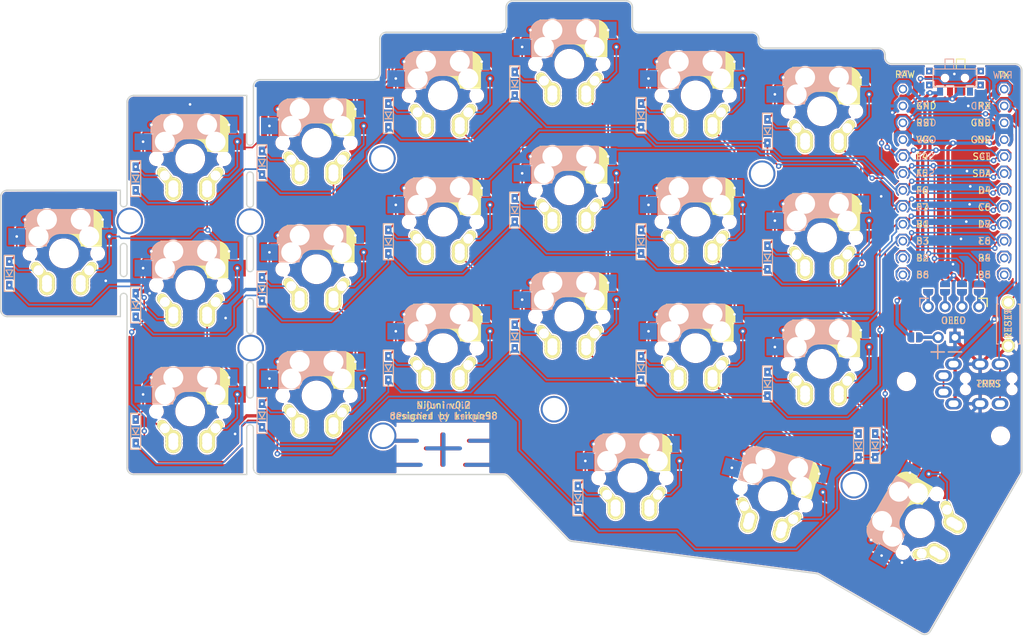
<source format=kicad_pcb>
(kicad_pcb (version 20210824) (generator pcbnew)
  (title_block (title "Nijuni") (date "2021-12-10") (rev "0.2"))
  (layers (0 "F.Cu" signal) (31 "B.Cu" signal) (34 "B.Paste" user) (35 "F.Paste" user) (36 "B.SilkS" user "B.Silkscreen") (37 "F.SilkS" user "F.Silkscreen") (38 "B.Mask" user) (39 "F.Mask" user) (44 "Edge.Cuts" user))
  (net 0 "")
  (net 1 "VCC")
  (net 2 "GND")
  (net 3 "DATA")
  (net 4 "RESET")
  (net 5 "SDA")
  (net 6 "Net-(J2-Pad4)")
  (net 7 "Net-(J2-Pad3)")
  (net 8 "Net-(J2-Pad2)")
  (net 9 "Net-(J2-Pad1)")
  (net 10 "SCL")
  (net 11 "RAW")
  (net 12 "unconnected-(U1-Pad11)")
  (net 13 "unconnected-(U1-Pad12)")
  (net 14 "unconnected-(U1-Pad13)")
  (net 15 "unconnected-(U1-Pad14)")
  (net 16 "Net-(D1-Pad2)")
  (net 17 "ROW0")
  (net 18 "Net-(D2-Pad2)")
  (net 19 "Net-(D3-Pad2)")
  (net 20 "Net-(D4-Pad2)")
  (net 21 "Net-(D5-Pad2)")
  (net 22 "Net-(D6-Pad2)")
  (net 23 "Net-(D7-Pad2)")
  (net 24 "ROW1")
  (net 25 "Net-(D8-Pad2)")
  (net 26 "Net-(D9-Pad2)")
  (net 27 "Net-(D10-Pad2)")
  (net 28 "Net-(D11-Pad2)")
  (net 29 "Net-(D12-Pad2)")
  (net 30 "Net-(D13-Pad2)")
  (net 31 "ROW2")
  (net 32 "Net-(D14-Pad2)")
  (net 33 "Net-(D15-Pad2)")
  (net 34 "Net-(D16-Pad2)")
  (net 35 "Net-(D17-Pad2)")
  (net 36 "Net-(D18-Pad2)")
  (net 37 "Net-(D19-Pad2)")
  (net 38 "ROW3")
  (net 39 "Net-(D20-Pad2)")
  (net 40 "Net-(D21-Pad2)")
  (net 41 "Net-(D22-Pad2)")
  (net 42 "COL0")
  (net 43 "COL1")
  (net 44 "COL2")
  (net 45 "COL3")
  (net 46 "COL4")
  (net 47 "COL5")
  (net 48 "unconnected-(J1-PadA)")
  (net 49 "Net-(J3-Pad2)")
  (net 50 "Net-(JP9-Pad2)")
  (net 51 "Net-(JP10-Pad2)")
  (net 54 "unconnected-(U2-Pad11)")
  (net 55 "unconnected-(U2-Pad12)")
  (net 56 "unconnected-(U2-Pad13)")
  (net 57 "unconnected-(U2-Pad14)")
  (net 58 "unconnected-(U1-Pad1)")
  (net 59 "unconnected-(U2-Pad1)")
  (footprint "kbd:MX-Alps-HS-1U-REV" (layer "F.Cu") (at 172.4291 73.2783)
    (fp_text reference "K12" hide)
    (fp_text value "KEYSW" hide)
  )
  (footprint "Buttons_Switches:SW_SPDT+H-MSK12C01_hor(7pin_SMD)" (layer "F.Cu") (at 192.4291 49.2783 180)
    (fp_text reference "SW1")
    (fp_text value "SW_SPDT")
  )
  (footprint "kbd:M2-ClearanceHole" (layer "F.Cu") (at 199.2862 103.0963)
    (fp_text reference "H8" hide)
    (fp_text value "MountingHole" hide)
  )
  (footprint "kbd:MX-Alps-HS-1U-REV" (layer "F.Cu") (at 77.4291 80.4158)
    (fp_text reference "K7" hide)
    (fp_text value "KEYSW" hide)
  )
  (footprint "kbd:MX-Alps-HS-1.5U-REV" (layer "F.Cu") (at 187.134 116.2297 60)
    (fp_text reference "K22" hide)
    (fp_text value "KEYSW" hide)
  )
  (footprint "kbd:ResetSW" (layer "F.Cu") (at 200.4291 86.2783 90)
    (fp_text reference "RSW1" hide)
    (fp_text value "SW_PUSH")
  )
  (footprint "kbd:D3_SMD" (layer "F.Cu") (at 69.2291 64.4033 90)
    (fp_text reference "D1" hide)
    (fp_text value "D_Small" hide)
  )
  (footprint "kbd:D3_SMD" (layer "F.Cu") (at 107.2291 54.9033 90)
    (fp_text reference "D3" hide)
    (fp_text value "D_Small" hide)
  )
  (footprint "kbd:D3_SMD" (layer "F.Cu") (at 164.2291 76.2783 90)
    (fp_text reference "D12" hide)
    (fp_text value "D_Small" hide)
  )
  (footprint "Keyboard_Components:OLED_DISPLAY_128x32px_0.91in" (layer "F.Cu") (at 192.2077 66.1533 180)
    (fp_text reference "J2" hide)
    (fp_text value "Conn_01x04")
  )
  (footprint "kbd:MX-Alps-HS-1U-REV" (layer "F.Cu") (at 96.4291 78.0345)
    (fp_text reference "K8" hide)
    (fp_text value "KEYSW" hide)
  )
  (footprint "kbd:MX-Alps-HS-1U-REV" (layer "F.Cu") (at 134.4291 66.1533)
    (fp_text reference "K10" hide)
    (fp_text value "KEYSW" hide)
  )
  (footprint "kbd:Battery_TH" (layer "F.Cu") (at 192.4291 88.2783 -90)
    (fp_text reference "J3")
    (fp_text value "Conn_01x02_Female")
  )
  (footprint "kbd:MX-Alps-HS-1U-REV" (layer "F.Cu") (at 172.4291 54.2783)
    (fp_text reference "K6" hide)
    (fp_text value "KEYSW" hide)
  )
  (footprint "kbd:MX-Alps-HS-1U-REV" (layer "F.Cu") (at 115.4291 89.9033)
    (fp_text reference "K15" hide)
    (fp_text value "KEYSW" hide)
  )
  (footprint "kbd:MX-Alps-HS-1U-REV" (layer "F.Cu") (at 143.9291 109.403)
    (fp_text reference "K20" hide)
    (fp_text value "KEYSW" hide)
  )
  (footprint "kbd:D3_SMD" (layer "F.Cu") (at 135.7291 112.403 90)
    (fp_text reference "D20" hide)
    (fp_text value "D_Small" hide)
  )
  (footprint "kbd:D3_SMD" (layer "F.Cu") (at 145.2291 73.9033 90)
    (fp_text reference "D11" hide)
    (fp_text value "D_Small" hide)
  )
  (footprint "kbd:D3_SMD" (layer "F.Cu") (at 126.2291 88.1533 90)
    (fp_text reference "D16" hide)
    (fp_text value "D_Small" hide)
  )
  (footprint "kbd:MX-Alps-HS-1U-REV" (layer "F.Cu") (at 165.0642 112.1855 -15)
    (fp_text reference "K21" hide)
    (fp_text value "KEYSW" hide)
  )
  (footprint "kbd:M2-MountingHole-Standoff" (layer "F.Cu") (at 177.2152 110.5031)
    (fp_text reference "H7" hide)
    (fp_text value "MountingHole" hide)
  )
  (footprint "kbd:D3_SMD" (layer "F.Cu") (at 126.2291 50.1533 90)
    (fp_text reference "D4" hide)
    (fp_text value "D_Small" hide)
  )
  (footprint "kbd:MX-Alps-HS-1U-REV" (layer "F.Cu") (at 58.4291 75.6533)
    (fp_text reference "K19" hide)
    (fp_text value "KEYSW" hide)
  )
  (footprint "kbd:MX-Alps-HS-1U-REV" (layer "F.Cu") (at 172.4291 92.2783)
    (fp_text reference "K18" hide)
    (fp_text value "KEYSW" hide)
  )
  (footprint "kbd:MX-Alps-HS-1U-REV" (layer "F.Cu") (at 77.4291 99.4033)
    (fp_text reference "K13" hide)
    (fp_text value "KEYSW" hide)
  )
  (footprint "kbd:MX-Alps-HS-1U-REV" (layer "F.Cu") (at 115.4291 70.9033)
    (fp_text reference "K9" hide)
    (fp_text value "KEYSW" hide)
  )
  (footprint "kbd:SolderJumper-2_P1.3mm_Open_RoundedPad1.0x1.5mm" (layer "F.Cu") (at 188.3947 80.8733 90)
    (fp_text reference "JP1" hide)
    (fp_text value "SolderJumper_2_Open" hide)
  )
  (footprint "kbd:D3_SMD" (layer "F.Cu") (at 107.2291 73.9033 90)
    (fp_text reference "D9" hide)
    (fp_text value "D_Small" hide)
  )
  (footprint "kbd:ProMicro_Flipped_v2_A" (layer "F.Cu") (at 192.2077 63.6533)
    (fp_text reference "U1" hide)
    (fp_text value "ProMicro" hide)
  )
  (footprint "kbd:D3_SMD" (layer "F.Cu") (at 164.2291 95.2783 90)
    (fp_text reference "D18" hide)
    (fp_text value "D_Small" hide)
  )
  (footprint "kbd:D3_SMD" (layer "F.Cu") (at 88.2291 62.0283 90)
    (fp_text reference "D2" hide)
    (fp_text value "D_Small" hide)
  )
  (footprint "kbd:D3_SMD" (layer "F.Cu") (at 145.2291 54.9033 90)
    (fp_text reference "D5" hide)
    (fp_text value "D_Small" hide)
  )
  (footprint "kbd:M2-MountingHole-Standoff" (layer "F.Cu") (at 163.4291 63.6783)
    (fp_text reference "H6" hide)
    (fp_text value "MountingHole" hide)
  )
  (footprint "kbd:M2-MountingHole-Standoff" (layer "F.Cu") (at 86.4291 70.8783)
    (fp_text reference "H2" hide)
    (fp_text value "MountingHole" hide)
  )
  (footprint "kbd:SolderJumper-2_P1.3mm_Open_RoundedPad1.0x1.5mm" (layer "F.Cu") (at 196.0147 80.8733 90)
    (fp_text reference "JP4" hide)
    (fp_text value "SolderJumper_2_Open" hide)
  )
  (footprint "kbd:D3_SMD" (layer "F.Cu") (at 50.2291 78.6533 90)
    (fp_text reference "D19" hide)
    (fp_text value "D_Small" hide)
  )
  (footprint "kbd:D3_SMD" (layer "F.Cu") (at 69.2291 83.4158 90)
    (fp_text reference "D7" hide)
    (fp_text value "D_Small" hide)
  )
  (footprint "kbd:M2-ClearanceHole" (layer "F.Cu") (at 185.1291 94.9227)
    (fp_text reference "H9" hide)
    (fp_text value "MountingHole" hide)
  )
  (footprint "kbd:D3_SMD" (layer "F.Cu") (at 164.2291 57.2783 90)
    (fp_text reference "D6" hide)
    (fp_text value "D_Small" hide)
  )
  (footprint "kbd:SolderJumper-2_P1.3mm_Open_RoundedPad1.0x1.5mm" (layer "F.Cu") (at 186.4291 88.2783 180)
    (fp_text reference "JP9" hide)
    (fp_text value "SolderJumper_2_Open" hide)
  )
  (footprint "kbd:MX-Alps-HS-1U-REV" (layer "F.Cu") (at 115.4291 51.9033)
    (fp_text reference "K3" hide)
    (fp_text value "KEYSW" hide)
  )
  (footprint "kbd:SolderJumper-2_P1.3mm_Open_RoundedPad1.0x1.5mm" (layer "F.Cu") (at 193.4747 80.8733 90)
    (fp_text reference "JP3" hide)
    (fp_text value "SolderJumper_2_Open" hide)
  )
  (footprint "kbd:MX-Alps-HS-1U-REV" (layer "F.Cu") (at 153.4291 70.9033)
    (fp_text reference "K11" hide)
    (fp_text value "KEYSW" hide)
  )
  (footprint "kbd:MX-Alps-HS-1U-REV" (layer "F.Cu") (at 96.4291 59.0283)
    (fp_text reference "K2" hide)
    (fp_text value "KEYSW" hide)
  )
  (footprint "kbd:D3_SMD" (layer "F.Cu") (at 88.2291 100.0283 90)
    (fp_text reference "D14" hide)
    (fp_text value "D_Small" hide)
  )
  (footprint "kbd:D3_SMD" (layer "F.Cu") (at 145.2291 92.9033 90)
    (fp_text reference "D17" hide)
    (fp_text value "D_Small" hide)
  )
  (footprint "kbd:MX-Alps-HS-1U-REV" (layer "F.Cu") (at 153.4291 51.9033)
    (fp_text reference "K5" hide)
    (fp_text value "KEYSW" hide)
  )
  (footprint "kbd:MX-Alps-HS-1U-REV" (layer "F.Cu") (at 77.4291 61.4033)
    (fp_text reference "K1" hide)
    (fp_text value "KEYSW" hide)
  )
  (footprint "kbd:MX-Alps-HS-1U-REV" (layer "F.Cu") (at 134.4291 85.1533)
    (fp_text reference "K16" hide)
    (fp_text value "KEYSW" hide)
  )
  (footprint "kbd:D3_SMD" (layer "F.Cu") (at 126.2291 69.1533 90)
    (fp_text reference "D10" hide)
    (fp_text value "D_Small" hide)
  )
  (footprint "kbd:D3_SMD" (layer "F.Cu") (at 69.2291 102.4033 90)
    (fp_text reference "D13" hide)
    (fp_text value "D_Small" hide)
  )
  (footprint "Keyboard_Components:MJ-4PP-9" (layer "F.Cu") (at 202.5 95.2783 -90)
    (fp_text reference "J1")
    (fp_text value "MJ-4PP-9" hide)
  )
  (footprint "kbd:D3_SMD" (layer "F.Cu") (at 107.2291 92.9033 90)
    (fp_text reference "D15" hide)
    (fp_text value "D_Small" hide)
  )
  (footprint "kbd:M2-MountingHole-Standoff" (layer "F.Cu") (at 106.3291 61.3783)
    (fp_text reference "H3" hide)
    (fp_text value "MountingHole" hide)
  )
  (footprint "kbd:M2-MountingHole-Standoff" (layer "F.Cu") (at 68.3291 70.7783)
    (fp_text reference "H0" hide)
    (fp_text value "MountingHole" hide)
  )
  (footprint "kbd:D3_SMD" (layer "F.Cu") (at 88.2291 81.0345 90)
    (fp_text reference "D8" hide)
    (fp_text value "D_Small" hide)
  )
  (footprint "kbd:D3_SMD" (layer "F.Cu") (at 180.4291 104.5283 90)
    (fp_text reference "D22" hide)
    (fp_text value "D_Small" hide)
  )
  (footprint "kbd:MX-Alps-HS-1U-REV" (layer "F.Cu") (at 134.4291 47.1533)
    (fp_text reference "K4" hide)
    (fp_text value "KEYSW" hide)
  )
  (footprint "kbd:MX-Alps-HS-1U-REV" (layer "F.Cu") (at 153.4291 89.9033)
    (fp_text reference "K17" hide)
    (fp_text value "KEYSW" hide)
  )
  (footprint "kbd:M2-MountingHole-Standoff" (layer "F.Cu") (at 106.4291 103.0783)
    (fp_text reference "H4" hide)
    (fp_text value "MountingHole" hide)
  )
  (footprint "kbd:D3_SMD" (layer "F.Cu") (at 177.9291 104.5283 90)
    (fp_text reference "D21" hide)
    (fp_text value "D_Small" hide)
  )
  (footprint "kbd:M2-MountingHole-Standoff" (layer "F.Cu") (at 132.1291 99.0783)
    (fp_text reference "H5" hide)
    (fp_text value "MountingHole" hide)
  )
  (footprint "kbd:M2-MountingHole-Standoff" (layer "F.Cu") (at 86.5291 89.8783)
    (fp_text reference "H1" hide)
    (fp_text value "MountingHole" hide)
  )
  (footprint "kbd:SolderJumper-2_P1.3mm_Open_RoundedPad1.0x1.5mm" (layer "F.Cu") (at 190.9347 80.8733 90)
    (fp_text reference "JP2" hide)
    (fp_text value "SolderJumper_2_Open" hide)
  )
  (footprint "kbd:MX-Alps-HS-1U-REV" (layer "F.Cu") (at 96.4291 97.0283)
    (fp_text reference "K14" hide)
    (fp_text value "KEYSW" hide)
  )
  (footprint "kbd:SolderJumper-2_P1.3mm_Open_RoundedPad1.0x1.5mm" (layer "B.Cu") (at 186.4291 88.2783 180)
    (fp_text reference "JP10" hide)
    (fp_text value "SolderJumper_2_Open" hide)
  )
  (footprint "Buttons_Switches:SW_SPDT+H-MSK12C01_hor(7pin_SMD)" (layer "B.Cu") (at 192.4291 49.2783)
    (fp_text reference "SW2")
    (fp_text value "SW_SPDT")
  )
  (footprint "kbd:ProMicro_Flipped_v2_B" (layer "B.Cu") (at 192.2077 63.6533 180)
    (fp_text reference "U2" hide)
    (fp_text value "ProMicro" hide)
  )
  (footprint "kbd:SolderJumper-2_P1.3mm_Open_RoundedPad1.0x1.5mm" (layer "B.Cu") (at 190.9347 80.8733 90)
    (fp_text reference "JP6" hide)
    (fp_text value "SolderJumper_2_Open" hide)
  )
  (footprint "kbd:SolderJumper-2_P1.3mm_Open_RoundedPad1.0x1.5mm" (layer "B.Cu") (at 193.4747 80.8733 90)
    (fp_text reference "JP7" hide)
    (fp_text value "SolderJumper_2_Open" hide)
  )
  (footprint "kbd:SolderJumper-2_P1.3mm_Open_RoundedPad1.0x1.5mm" (layer "B.Cu") (at 188.3947 80.8733 90)
    (fp_text reference "JP5" hide)
    (fp_text value "SolderJumper_2_Open" hide)
  )
  (footprint "kbd:SolderJumper-2_P1.3mm_Open_RoundedPad1.0x1.5mm" (layer "B.Cu") (at 196.0147 80.8733 90)
    (fp_text reference "JP8" hide)
    (fp_text value "SolderJumper_2_Open" hide)
  )
  (gr_arc (start 86.429128 63.903261) (end 86.929128 63.903261) (angle -180) (layer "Edge.Cuts") (width 0.2))
  (gr_line (start 105.929128 48.528262) (end 105.929128 43.403262) (layer "Edge.Cuts") (width 0.2))
  (gr_arc (start 171.457389 124.775997) (end 171.952192 123.918975) (angle -22.5) (layer "Edge.Cuts") (width 0.2))
  (gr_line (start 86.929127 87.22826) (end 86.929128 82.90326) (layer "Edge.Cuts") (width 0.2))
  (gr_line (start 85.929127 92.52826) (end 85.929128 96.90326) (layer "Edge.Cuts") (width 0.2))
  (gr_line (start 125.929128 37.653262) (end 142.929128 37.653262) (layer "Edge.Cuts") (width 0.2))
  (gr_line (start 66.929128 82.153261) (end 66.929128 85.153261) (layer "Edge.Cuts") (width 0.2))
  (gr_line (start 162.929128 43.403261) (end 162.929128 43.778261) (layer "Edge.Cuts") (width 0.2))
  (gr_line (start 202.352227 108.870879) (end 188.736202 132.454527) (layer "Edge.Cuts") (width 0.2))
  (gr_line (start 106.929128 42.403261) (end 123.929128 42.403262) (layer "Edge.Cuts") (width 0.2))
  (gr_line (start 68.929129 51.903262) (end 85.929128 51.903262) (layer "Edge.Cuts") (width 0.2))
  (gr_arc (start 142.929128 38.653262) (end 143.929128 38.653262) (angle -90) (layer "Edge.Cuts") (width 0.2))
  (gr_arc (start 67.429128 68.153261) (end 66.929128 68.153261) (angle -180) (layer "Edge.Cuts") (width 0.2))
  (gr_arc (start 182.929128 46.153262) (end 181.929128 46.153262) (angle -90) (layer "Edge.Cuts") (width 0.2))
  (gr_line (start 144.929128 42.403261) (end 161.929128 42.403261) (layer "Edge.Cuts") (width 0.2))
  (gr_arc (start 68.918733 107.913656) (end 67.929128 107.913656) (angle -90) (layer "Edge.Cuts") (width 0.2))
  (gr_arc (start 86.429128 82.90326) (end 86.929128 82.90326) (angle -180) (layer "Edge.Cuts") (width 0.2))
  (gr_arc (start 87.929128 50.528262) (end 87.929128 49.528262) (angle -90) (layer "Edge.Cuts") (width 0.2))
  (gr_line (start 143.929128 38.653262) (end 143.929128 41.403261) (layer "Edge.Cuts") (width 0.2))
  (gr_arc (start 67.429127 78.653261) (end 66.929127 78.653261) (angle -180) (layer "Edge.Cuts") (width 0.2))
  (gr_arc (start 125.929128 38.653262) (end 125.929128 37.653262) (angle -90) (layer "Edge.Cuts") (width 0.2))
  (gr_line (start 86.929128 63.903261) (end 86.929127 68.22826) (layer "Edge.Cuts") (width 0.2))
  (gr_arc (start 67.429126 74.653261) (end 67.929126 74.653261) (angle -180) (layer "Edge.Cuts") (width 0.2))
  (gr_arc (start 49.929128 84.153261) (end 48.929129 84.153261) (angle -90) (layer "Edge.Cuts") (width 0.2))
  (gr_line (start 66.929128 66.153261) (end 66.929128 68.153261) (layer "Edge.Cuts") (width 0.2))
  (gr_arc (start 124.504288 109.892865) (end 125.221741 109.211266) (angle -46.46802851) (layer "Edge.Cuts") (width 0.2))
  (gr_line (start 163.929128 44.778261) (end 180.929128 44.778262) (layer "Edge.Cuts") (width 0.2))
  (gr_arc (start 86.429128 58.903261) (end 85.929128 58.903261) (angle -180) (layer "Edge.Cuts") (width 0.2))
  (gr_arc (start 134.905429 117.967553) (end 134.187976 118.649152) (angle -38.96802851) (layer "Edge.Cuts") (width 0.2))
  (gr_arc (start 161.929128 43.403261) (end 162.929128 43.403261) (angle -90) (layer "Edge.Cuts") (width 0.2))
  (gr_line (start 48.929129 84.153261) (end 48.929129 67.153262) (layer "Edge.Cuts") (width 0.2))
  (gr_arc (start 67.429128 82.153261) (end 67.929128 82.153261) (angle -180) (layer "Edge.Cuts") (width 0.2))
  (gr_arc (start 86.429128 101.90326) (end 86.929128 101.90326) (angle -180) (layer "Edge.Cuts") (width 0.2))
  (gr_arc (start 86.429127 87.22826) (end 85.929127 87.22826) (angle -180) (layer "Edge.Cuts") (width 0.2))
  (gr_line (start 85.929128 77.90326) (end 85.929127 73.52826) (layer "Edge.Cuts") (width 0.2))
  (gr_line (start 187.370176 132.820552) (end 171.952192 123.918975) (layer "Edge.Cuts") (width 0.2))
  (gr_line (start 85.929128 108.90326) (end 68.918733 108.90326) (layer "Edge.Cuts") (width 0.2))
  (gr_line (start 171.586559 123.794859) (end 134.77626 118.948691) (layer "Edge.Cuts") (width 0.2))
  (gr_arc (start 106.929128 43.403262) (end 106.929128 42.403261) (angle -90) (layer "Edge.Cuts") (width 0.2))
  (gr_line (start 67.929127 78.653261) (end 67.929127 74.653261) (layer "Edge.Cuts") (width 0.2))
  (gr_line (start 66.929128 74.653261) (end 66.929128 78.653261) (layer "Edge.Cuts") (width 0.2))
  (gr_arc (start 180.929128 45.778262) (end 181.929128 45.778262) (angle -90) (layer "Edge.Cuts") (width 0.2))
  (gr_line (start 86.929128 58.903261) (end 86.929128 50.528261) (layer "Edge.Cuts") (width 0.2))
  (gr_arc (start 87.929128 107.90326) (end 86.929128 107.90326) (angle -90) (layer "Edge.Cuts") (width 0.2))
  (gr_arc (start 49.929129 67.153261) (end 49.929128 66.153261) (angle -90) (layer "Edge.Cuts") (width 0.2))
  (gr_arc (start 86.429128 77.90326) (end 85.929128 77.90326) (angle -180) (layer "Edge.Cuts") (width 0.2))
  (gr_line (start 85.929128 63.903261) (end 85.929127 68.22826) (layer "Edge.Cuts") (width 0.2))
  (gr_arc (start 86.429127 92.52826) (end 86.929127 92.52826) (angle -180) (layer "Edge.Cuts") (width 0.2))
  (gr_arc (start 201.486202 48.153262) (end 202.486202 48.153262) (angle -90) (layer "Edge.Cuts") (width 0.2))
  (gr_arc (start 86.429127 73.52826) (end 86.929127 73.52826) (angle -180) (layer "Edge.Cuts") (width 0.2))
  (gr_line (start 181.929128 45.778262) (end 181.929128 46.153262) (layer "Edge.Cuts") (width 0.2))
  (gr_arc (start 144.929128 41.403262) (end 143.929128 41.403261) (angle -90) (layer "Edge.Cuts") (width 0.2))
  (gr_line (start 66.929128 85.153261) (end 49.929128 85.153261) (layer "Edge.Cuts") (width 0.2))
  (gr_line (start 85.929128 101.90326) (end 85.929128 108.90326) (layer "Edge.Cuts") (width 0.2))
  (gr_line (start 124.504288 108.90326) (end 87.929128 108.90326) (layer "Edge.Cuts") (width 0.2))
  (gr_line (start 86.929128 77.90326) (end 86.929127 73.52826) (layer "Edge.Cuts") (width 0.2))
  (gr_line (start 67.929128 68.153261) (end 67.929129 52.903262) (layer "Edge.Cuts") (width 0.2))
  (gr_line (start 87.929128 49.528262) (end 104.929128 49.528262) (layer "Edge.Cuts") (width 0.2))
  (gr_arc (start 104.929128 48.528262) (end 104.929128 49.528262) (angle -90) (layer "Edge.Cuts") (width 0.2))
  (gr_arc (start 123.929128 41.403262) (end 123.929128 42.403262) (angle -90) (layer "Edge.Cuts") (width 0.2))
  (gr_line (start 49.929128 66.153261) (end 66.929129 66.153261) (layer "Edge.Cuts") (width 0.2))
  (gr_arc (start 86.429127 68.22826) (end 85.929127 68.22826) (angle -180) (layer "Edge.Cuts") (width 0.2))
  (gr_line (start 67.929128 107.913656) (end 67.929128 82.153261) (layer "Edge.Cuts") (width 0.2))
  (gr_arc (start 86.429128 96.90326) (end 85.929128 96.90326) (angle -180) (layer "Edge.Cuts") (width 0.2))
  (gr_line (start 134.187976 118.649152) (end 125.221741 109.211266) (layer "Edge.Cuts") (width 0.2))
  (gr_line (start 86.929128 96.90326) (end 86.929127 92.52826) (layer "Edge.Cuts") (width 0.2))
  (gr_line (start 85.929128 51.903262) (end 85.929128 58.903261) (layer "Edge.Cuts") (width 0.2))
  (gr_line (start 202.486202 48.153262) (end 202.486202 108.370879) (layer "Edge.Cuts") (width 0.2))
  (gr_arc (start 163.929128 43.778261) (end 162.929128 43.778261) (angle -90) (layer "Edge.Cuts") (width 0.2))
  (gr_arc (start 201.486202 108.370879) (end 202.352227 108.870879) (angle -30) (layer "Edge.Cuts") (width 0.2))
  (gr_line (start 124.929128 41.403262) (end 124.929128 38.653262) (layer "Edge.Cuts") (width 0.2))
  (gr_arc (start 187.870176 131.954527) (end 187.370176 132.820552) (angle -90) (layer "Edge.Cuts") (width 0.2))
  (gr_arc (start 68.929129 52.903262) (end 68.929129 51.903262) (angle -90) (layer "Edge.Cuts") (width 0.2))
  (gr_line (start 85.929127 87.22826) (end 85.929128 82.90326) (layer "Edge.Cuts") (width 0.2))
  (gr_line (start 182.929128 47.153262) (end 201.486202 47.153262) (layer "Edge.Cuts") (width 0.2))
  (gr_line (start 86.929128 107.90326) (end 86.929128 101.90326) (layer "Edge.Cuts") (width 0.2))
  (gr_text "二十二" (at 115.429127 105.628261) (layer "F.Cu") (effects (font (size 4 4) (thickness 0.6))))
  (gr_text "二十二" (at 115.429126 105.628261) (layer "B.Cu") (effects (font (size 4 4) (thickness 0.6)) (justify mirror)))
  (gr_text "Nijuni v0.2\ndesigned by krikun98" (at 115.529127 99.32826) (layer "B.SilkS") (effects (font (size 1 1)) (justify mirror)))
  (gr_text "Nijuni v0.2\ndesigned by krikun98" (at 115.529127 99.28076) (layer "F.SilkS") (effects (font (size 1 1))))
  (via (at 196.329127 48.27826) (size 0.8) (drill 0.4) (layers "F.Cu" "B.Cu") (net 0))
  (via (at 196.229127 50.37826) (size 0.8) (drill 0.4) (layers "F.Cu" "B.Cu") (net 0))
  (via (at 188.529127 50.37826) (size 0.8) (drill 0.4) (layers "F.Cu" "B.Cu") (net 0))
  (via (at 188.529127 48.27826) (size 0.8) (drill 0.4) (layers "F.Cu" "B.Cu") (net 0))
  (segment (start 191.229616 76.905669) (end 191.379607 76.755678) (width 0.5) (layer "F.Cu") (net 1))
  (segment (start 192.44952 98.00378) (end 192.44952 92.55282) (width 0.5) (layer "F.Cu") (net 1))
  (segment (start 192.229394 78.977993) (end 191.229616 77.978215) (width 0.5) (layer "F.Cu") (net 1))
  (segment (start 192.2 98.2533) (end 192.44952 98.00378) (width 0.5) (layer "F.Cu") (net 1))
  (segment (start 200.9277 57.779631) (end 200.9277 58.5633) (width 0.5) (layer "F.Cu") (net 1))
  (segment (start 193.4747 80.2233) (end 192.229394 78.977993) (width 0.5) (layer "F.Cu") (net 1))
  (segment (start 199.129071 57.37826) (end 200.526329 57.37826) (width 0.5) (layer "F.Cu") (net 1))
  (segment (start 194.479362 79.218638) (end 196.820143 79.218638) (width 0.5) (layer "F.Cu") (net 1))
  (segment (start 198.7277 58.5633) (end 198.7277 57.779631) (width 0.5) (layer "F.Cu") (net 1))
  (segment (start 193.4747 80.2233) (end 194.479362 79.218638) (width 0.5) (layer "F.Cu") (net 1))
  (segment (start 191.379607 76.755678) (end 191.379607 59.82778) (width 0.5) (layer "F.Cu") (net 1))
  (segment (start 200.526329 57.37826) (end 200.9277 57.779631) (width 0.5) (layer "F.Cu") (net 1))
  (segment (start 196.820143 79.218638) (end 198.329127 80.727622) (width 0.5) (layer "F.Cu") (net 1))
  (segment (start 191.229616 77.978215) (end 191.229616 76.905669) (width 0.5) (layer "F.Cu") (net 1))
  (segment (start 192.44952 92.55282) (end 192.2 92.3033) (width 0.5) (layer "F.Cu") (net 1))
  (segment (start 198.7277 57.779631) (end 199.129071 57.37826) (width 0.5) (layer "F.Cu") (net 1))
  (segment (start 191.379607 59.82778) (end 192.129127 59.07826) (width 0.5) (layer "F.Cu") (net 1))
  (segment (start 198.21274 59.07826) (end 198.7277 58.5633) (width 0.5) (layer "F.Cu") (net 1))
  (segment (start 197.629127 59.07826) (end 198.21274 59.07826) (width 0.5) (layer "F.Cu") (net 1))
  (segment (start 198.329127 80.727622) (end 198.329127 85.57826) (width 0.5) (layer "F.Cu") (net 1))
  (via (at 197.629127 59.07826) (size 0.8) (drill 0.4) (layers "F.Cu" "B.Cu") (net 1))
  (via (at 198.329127 85.57826) (size 0.8) (drill 0.4) (layers "F.Cu" "B.Cu") (net 1))
  (via (at 192.229394 78.977993) (size 0.8) (drill 0.4) (layers "F.Cu" "B.Cu") (net 1))
  (via (at 192.129127 59.07826) (size 0.8) (drill 0.4) (layers "F.Cu" "B.Cu") (net 1))
  (segment (start 192.129127 59.07826) (end 197.629127 59.07826) (width 0.5) (layer "B.Cu") (net 1))
  (segment (start 185.6877 58.036833) (end 185.6877 58.5633) (width 0.5) (layer "B.Cu") (net 1))
  (segment (start 186.20266 59.07826) (end 192.129127 59.07826) (width 0.5) (layer "B.Cu") (net 1))
  (segment (start 192.2 91.707387) (end 198.329127 85.57826) (width 0.5) (layer "B.Cu") (net 1))
  (segment (start 192.2 91.707387) (end 192.2 92.3033) (width 0.5) (layer "B.Cu") (net 1))
  (segment (start 190.984087 80.2233) (end 192.229394 78.977993) (width 0.5) (layer "B.Cu") (net 1))
  (segment (start 185.114656 57.463789) (end 185.6877 58.036833) (width 0.5) (layer "B.Cu") (net 1))
  (segment (start 183.4877 58.5633) (end 183.4877 57.779631) (width 0.5) (layer "B.Cu") (net 1))
  (segment (start 183.803542 57.463789) (end 185.114656 57.463789) (width 0.5) (layer "B.Cu") (net 1))
  (segment (start 190.9347 80.2233) (end 190.984087 80.2233) (width 0.5) (layer "B.Cu") (net 1))
  (segment (start 185.6877 58.5633) (end 186.20266 59.07826) (width 0.5) (layer "B.Cu") (net 1))
  (segment (start 183.4877 57.779631) (end 183.803542 57.463789) (width 0.5) (layer "B.Cu") (net 1))
  (segment (start 199.372267 52.383789) (end 200.283133 52.383789) (width 0.5) (layer "F.Cu") (net 2))
  (segment (start 194.429127 53.48834) (end 194.424087 53.4833) (width 0.5) (layer "F.Cu") (net 2))
  (segment (start 198.7277 53.028356) (end 199.372267 52.383789) (width 0.5) (layer "F.Cu") (net 2))
  (segment (start 185.043133 57.463789) (end 185.6877 58.108356) (width 0.5) (layer "F.Cu") (net 2))
  (segment (start 198.7277 53.4833) (end 194.424087 53.4833) (width 0.5) (layer "F.Cu") (net 2))
  (segment (start 197.429127 80.887603) (end 197.429127 86.528327) (width 0.5) (layer "F.Cu") (net 2))
  (segment (start 183.4877 57.779631) (end 183.803542 57.463789) (width 0.5) (layer "F.Cu") (net 2))
  (segment (start 183.003627 54.47826) (end 183.003627 55.539227) (width 0.5) (layer "F.Cu") (net 2))
  (segment (start 84.179127 102.80326) (end 84.179127 101.820056) (width 0.5) (layer "F.Cu") (net 2))
  (segment (start 192.129127 60.37826) (end 194.429127 58.07826) (width 0.5) (layer "F.Cu") (net 2))
  (segment (start 183.4877 58.5633) (end 183.4877 57.779631) (width 0.5) (layer "F.Cu") (net 2))
  (segment (start 84.179127 101.820056) (end 85.920923 100.07826) (width 0.5) (layer "F.Cu") (net 2))
  (segment (start 185.6877 58.108356) (end 185.6877 58.5633) (width 0.5) (layer "F.Cu") (net 2))
  (segment (start 196.0147 80.2233) (end 196.764824 80.2233) (width 0.5) (layer "F.Cu") (net 2))
  (segment (start 183.4877 56.806969) (end 183.4877 56.0233) (width 0.5) (layer "F.Cu") (net 2))
  (segment (start 194.429127 58.07826) (end 194.429127 53.48834) (width 0.5) (layer "F.Cu") (net 2))
  (segment (start 183.003627 55.539227) (end 183.4877 56.0233) (width 0.5) (layer "F.Cu") (net 2))
  (segment (start 198.7277 53.4833) (end 198.7277 53.028356) (width 0.5) (layer "F.Cu") (net 2))
  (segment (start 192.129127 77.27826) (end 192.129127 60.37826) (width 0.5) (layer "F.Cu") (net 2))
  (segment (start 183.4877 55.239631) (end 183.803542 54.923789) (width 0.5) (layer "F.Cu") (net 2))
  (segment (start 185.6877 55.568356) (end 185.6877 56.0233) (width 0.5) (layer "F.Cu") (net 2))
  (segment (start 183.4877 56.0233) (end 183.4877 55.239631) (width 0.5) (layer "F.Cu") (net 2))
  (segment (start 185.6877 56.806969) (end 185.03088 57.463789) (width 0.5) (layer "F.Cu") (net 2))
  (segment (start 196.764824 80.2233) (end 197.429127 80.887603) (width 0.5) (layer "F.Cu") (net 2))
  (segment (start 192.4291 88.5324) (end 196.2 92.3033) (width 0.5) (layer "F.Cu") (net 2))
  (segment (start 197.429127 86.528327) (end 200.4291 89.5283) (width 0.5) (layer "F.Cu") (net 2))
  (segment (start 185.043133 54.923789) (end 185.6877 55.568356) (width 0.5) (layer "F.Cu") (net 2))
  (segment (start 185.6877 56.0233) (end 185.6877 56.806969) (width 0.5) (layer "F.Cu") (net 2))
  (segment (start 85.920923 100.07826) (end 89.629127 100.07826) (width 0.5) (layer "F.Cu") (net 2))
  (segment (start 200.283133 52.383789) (end 200.9277 53.028356) (width 0.5) (layer "F.Cu") (net 2))
  (segment (start 196.2 92.3033) (end 198.975 89.5283) (width 0.5) (layer "F.Cu") (net 2))
  (segment (start 192.4291 88.2783) (end 192.4291 88.5324) (width 0.5) (layer "F.Cu") (net 2))
  (segment (start 183.803542 57.463789) (end 185.043133 57.463789) (width 0.5) (layer "F.Cu") (net 2))
  (segment (start 183.803542 54.923789) (end 185.043133 54.923789) (width 0.5) (layer "F.Cu") (net 2))
  (segment (start 198.975 89.5283) (end 200.4291 89.5283) (width 0.5) (layer "F.Cu") (net 2))
  (segment (start 200.9277 53.028356) (end 200.9277 53.4833) (width 0.5) (layer "F.Cu") (net 2))
  (segment (start 184.14452 57.463789) (end 183.4877 56.806969) (width 0.5) (layer "F.Cu") (net 2))
  (segment (start 196.2 92.3033) (end 196.2 98.2533) (width 0.5) (layer "F.Cu") (net 2))
  (via (at 181.329127 67.07826) (size 0.8) (drill 0.4) (layers "F.Cu" "B.Cu") (net 2))
  (via (at 71.329127 81.65326) (size 0.8) (drill 0.4) (layers "F.Cu" "B.Cu") (net 2))
  (via (at 77.404127 53.25326) (size 0.8) (drill 0.4) (layers "F.Cu" "B.Cu") (net 2))
  (via (at 84.179127 102.80326) (size 0.8) (drill 0.4) (layers "F.Cu" "B.Cu") (net 2))
  (via (at 193.329127 73.47826) (size 0.8) (drill 0.4) (layers "F.Cu" "B.Cu") (net 2))
  (via (at 194.424087 53.4833) (size 0.8) (drill 0.4) (layers "F.Cu" "B.Cu") (net 2))
  (via (at 64.729127 79.77826) (size 0.8) (drill 0.4) (layers "F.Cu" "B.Cu") (net 2))
  (via (at 194.229127 63.27826) (size 0.8) (drill 0.4) (layers "F.Cu" "B.Cu") (net 2))
  (via (at 88.354127 81.07826) (size 0.8) (drill 0.4) (layers "F.Cu" "B.Cu") (net 2))
  (via (at 194.629127 68.27826) (size 0.8) (drill 0.4) (layers "F.Cu" "B.Cu") (net 2))
  (via (at 82.754127 85.37826) (size 0.8) (drill 0.4) (layers "F.Cu" "B.Cu") (net 2))
  (via (at 194.129127 70.87826) (size 0.8) (drill 0.4) (layers "F.Cu" "B.Cu") (net 2))
  (via (at 192.129127 77.27826) (size 0.8) (drill 0.4) (layers "F.Cu" "B.Cu") (net 2))
  (via (at 184.454127 122.15326) (size 0.8) (drill 0.4) (layers "F.Cu" "B.Cu") (net 2))
  (via (at 192.329127 48.67826) (size 0.8) (drill 0.4) (layers "F.Cu" "B.Cu") (net 2))
  (via (at 183.003627 54.47826) (size 0.8) (drill 0.4) (layers "F.Cu" "B.Cu") (net 2))
  (via (at 194.729127 65.57826) (size 0.8) (drill 0.4) (layers "F.Cu" "B.Cu") (net 2))
  (segment (start 199.043542 57.463789) (end 200.414656 57.463789) (width 0.5) (layer "B.Cu") (net 2))
  (segment (start 184.984087 80.2233) (end 188.3947 80.2233) (width 0.5) (layer "B.Cu") (net 2))
  (segment (start 200.611858 54.923789) (end 200.9277 55.239631) (width 0.5) (layer "B.Cu") (net 2))
  (segment (start 82.754127 84.10326) (end 82.754127 85.37826) (width 0.5) (layer "B.Cu") (net 2))
  (segment (start 182.829616 97.978749) (end 182.829616 82.377771) (width 0.5) (layer "B.Cu") (net 2))
  (segment (start 85.779127 81.07826) (end 82.904127 83.95326) (width 0.5) (layer "B.Cu") (net 2))
  (segment (start 188.3947 80.2233) (end 189.184087 80.2233) (width 0.5) (layer "B.Cu") (net 2))
  (segment (start 70.123786 79.77826) (end 64.729127 79.77826) (width 0.5) (layer "B.Cu") (net 2))
  (segment (start 88.354127 81.07826) (end 85.779127 81.07826) (width 0.5) (layer "B.Cu") (net 2))
  (segment (start 185.043133 52.383789) (end 185.6877 53.028356) (width 0.5) (layer "B.Cu") (net 2))
  (segment (start 200.9277 56.806969) (end 200.611858 57.122811) (width 0.5) (layer "B.Cu") (net 2))
  (segment (start 198.7277 55.239631) (end 199.043542 54.923789) (width 0.5) (layer "B.Cu") (net 2))
  (segment (start 186.229127 101.37826) (end 182.829616 97.978749) (width 0.5) (layer "B.Cu") (net 2))
  (segment (start 198.7277 56.0233) (end 198.7277 55.239631) (width 0.5) (layer "B.Cu") (net 2))
  (segment (start 184.132267 52.383789) (end 185.043133 52.383789) (width 0.5) (layer "B.Cu") (net 2))
  (segment (start 199.173678 57.122811) (end 198.7277 56.676833) (width 0.5) (layer "B.Cu") (net 2))
  (segment (start 183.4877 53.4833) (end 183.4877 53.028356) (width 0.5) (layer "B.Cu") (net 2))
  (segment (start 200.9277 55.239631) (end 200.9277 56.0233) (width 0.5) (layer "B.Cu") (net 2))
  (segment (start 194.424087 53.4833) (end 197.603053 53.4833) (width 0.5) (layer "B.Cu") (net 2))
  (segment (start 70.753647 81.07778) (end 70.753647 80.408121) (width 0.5) (layer "B.Cu") (net 2))
  (segment (start 197.603053 53.4833) (end 199.043542 54.923789) (width 0.5) (layer "B.Cu") (net 2))
  (segment (start 183.4877 53.994187) (end 183.003627 54.47826) (width 0.5) (layer "B.Cu") (net 2))
  (segment (start 196.2 98.2533) (end 193.07504 101.37826) (width 0.5) (layer "B.Cu") (net 2))
  (segment (start 199.043542 54.923789) (end 200.611858 54.923789) (width 0.5) (layer "B.Cu") (net 2))
  (segment (start 200.9277 57.976833) (end 200.9277 58.5633) (width 0.5) (layer "B.Cu") (net 2))
  (segment (start 70.753647 80.408121) (end 70.123786 79.77826) (width 0.5) (layer "B.Cu") (net 2))
  (segment (start 200.414656 57.463789) (end 200.9277 57.976833) (width 0.5) (layer "B.Cu") (net 2))
  (segment (start 185.6877 53.028356) (end 185.6877 53.4833) (width 0.5) (layer "B.Cu") (net 2))
  (segment (start 71.329127 81.65326) (end 70.753647 81.07778) (width 0.5) (layer "B.Cu") (net 2))
  (segment (start 198.7277 57.779631) (end 199.043542 57.463789) (width 0.5) (layer "B.Cu") (net 2))
  (segment (start 189.184087 80.2233) (end 192.129127 77.27826) (width 0.5) (layer "B.Cu") (net 2))
  (segment (start 182.829616 82.377771) (end 184.984087 80.2233) (width 0.5) (layer "B.Cu") (net 2))
  (segment (start 183.4877 53.4833) (end 183.4877 53.994187) (width 0.5) (layer "B.Cu") (net 2))
  (segment (start 198.7277 56.676833) (end 198.7277 56.0233) (width 0.5) (layer "B.Cu") (net 2))
  (segment (start 183.4877 53.028356) (end 184.132267 52.383789) (width 0.5) (layer "B.Cu") (net 2))
  (segment (start 200.611858 57.122811) (end 199.173678 57.122811) (width 0.5) (layer "B.Cu") (net 2))
  (segment (start 193.07504 101.37826) (end 186.229127 101.37826) (width 0.5) (layer "B.Cu") (net 2))
  (segment (start 82.904127 83.95326) (end 82.754127 84.10326) (width 0.5) (layer "B.Cu") (net 2))
  (segment (start 200.9277 56.0233) (end 200.9277 56.806969) (width 0.5) (layer "B.Cu") (net 2))
  (segment (start 198.7277 58.5633) (end 198.7277 57.779631) (width 0.5) (layer "B.Cu") (net 2))
  (segment (start 185.6877 53.4833) (end 194.424087 53.4833) (width 0.5) (layer "B.Cu") (net 2))
  (segment (start 184.072997 52.508789) (end 184.991357 52.508789) (width 0.25) (layer "F.Cu") (net 3))
  (segment (start 185.5627 53.4833) (end 187.229127 51.816873) (width 0.25) (layer "F.Cu") (net 3))
  (segment (start 183.6127 53.4833) (end 183.6127 52.969086) (width 0.25) (layer "F.Cu") (net 3))
  (segment (start 184.991357 52.508789) (end 185.5627 53.080132) (width 0.25) (layer "F.Cu") (net 3))
  (segment (start 185.5627 53.080132) (end 185.5627 53.4833) (width 0.25) (layer "F.Cu") (net 3))
  (segment (start 187.229127 51.816873) (end 187.229127 49.37826) (width 0.25) (layer "F.Cu") (net 3))
  (segment (start 199.2 92.3033) (end 199.2 98.2533) (width 0.25) (layer "F.Cu") (net 3))
  (segment (start 183.6127 52.969086) (end 184.072997 52.508789) (width 0.25) (layer "F.Cu") (net 3))
  (via (at 187.229127 49.37826) (size 0.8) (drill 0.4) (layers "F.Cu" "B.Cu") (net 3))
  (segment (start 200.8027 53.051833) (end 200.8027 53.4833) (width 0.25) (layer "B.Cu") (net 3))
  (segment (start 197.204656 49.453789) (end 197.629127 49.87826) (width 0.25) (layer "B.Cu") (net 3))
  (segment (start 201.629127 54.309727) (end 201.629127 79.77826) (width 0.25) (layer "B.Cu") (net 3))
  (segment (start 194.780118 50.07826) (end 195.404589 49.453789) (width 0.25) (layer "B.Cu") (net 3))
  (segment (start 195.404589 49.453789) (end 197.204656 49.453789) (width 0.25) (layer "B.Cu") (net 3))
  (segment (start 197.629127 52.259727) (end 198.8527 53.4833) (width 0.25) (layer "B.Cu") (net 3))
  (segment (start 200.259656 52.508789) (end 200.8027 53.051833) (width 0.25) (layer "B.Cu") (net 3))
  (segment (start 199.054589 92.157889) (end 199.2 92.3033) (width 0.25) (layer "B.Cu") (net 3))
  (segment (start 199.054589 88.958958) (end 199.054589 92.157889) (width 0.25) (layer "B.Cu") (net 3))
  (segment (start 198.8527 53.4833) (end 198.8527 52.969086) (width 0.25) (layer "B.Cu") (net 3))
  (segment (start 200.8027 53.4833) (end 201.629127 54.309727) (width 0.25) (layer "B.Cu") (net 3))
  (segment (start 201.629127 79.77826) (end 199.054589 82.352798) (width 0.25) (layer "B.Cu") (net 3))
  (segment (start 199.312997 52.508789) (end 200.259656 52.508789) (width 0.25) (layer "B.Cu") (net 3))
  (segment (start 199.129127 85.282935) (end 199.129127 88.88442) (width 0.25) (layer "B.Cu") (net 3))
  (segment (start 197.629127 49.87826) (end 197.629127 52.259727) (width 0.25) (layer "B.Cu") (net 3))
  (segment (start 199.054589 82.352798) (end 199.054589 85.208397) (width 0.25) (layer "B.Cu") (net 3))
  (segment (start 189.933721 49.37826) (end 190.633721 50.07826) (width 0.25) (layer "B.Cu") (net 3))
  (segment (start 187.229127 49.37826) (end 189.933721 49.37826) (width 0.25) (layer "B.Cu") (net 3))
  (segment (start 199.054589 85.208397) (end 199.129127 85.282935) (width 0.25) (layer "B.Cu") (net 3))
  (segment (start 190.633721 50.07826) (end 194.780118 50.07826) (width 0.25) (layer "B.Cu") (net 3))
  (segment (start 198.8527 52.969086) (end 199.312997 52.508789) (width 0.25) (layer "B.Cu") (net 3))
  (segment (start 199.129127 88.88442) (end 199.054589 88.958958) (width 0.25) (layer "B.Cu") (net 3))
  (segment (start 200.8027 55.620132) (end 200.8027 56.0233) (width 0.25) (layer "F.Cu") (net 4))
  (segment (start 200.231357 55.048789) (end 200.8027 55.620132) (width 0.25) (layer "F.Cu") (net 4))
  (segment (start 197.50766 54.67826) (end 198.8527 56.0233) (width 0.25) (layer "F.Cu") (net 4))
  (segment (start 197.029127 54.67826) (end 197.50766 54.67826) (width 0.25) (layer "F.Cu") (net 4))
  (segment (start 199.312997 55.048789) (end 200.231357 55.048789) (width 0.25) (layer "F.Cu") (net 4))
  (segment (start 198.8527 55.509086) (end 199.312997 55.048789) (width 0.25) (layer "F.Cu") (net 4))
  (segment (start 201.629127 56.849727) (end 201.629127 81.828273) (width 0.25) (layer "F.Cu") (net 4))
  (segment (start 198.8527 56.0233) (end 198.8527 55.509086) (width 0.25) (layer "F.Cu") (net 4))
  (segment (start 200.8027 56.0233) (end 201.629127 56.849727) (width 0.25) (layer "F.Cu") (net 4))
  (segment (start 201.629127 81.828273) (end 200.4291 83.0283) (width 0.25) (layer "F.Cu") (net 4))
  (via (at 197.029127 54.67826) (size 0.8) (drill 0.4) (layers "F.Cu" "B.Cu") (net 4))
  (segment (start 186.90774 54.67826) (end 197.029127 54.67826) (width 0.25) (layer "B.Cu") (net 4))
  (segment (start 185.5627 55.620132) (end 184.991357 55.048789) (width 0.25) (layer "B.Cu") (net 4))
  (segment (start 185.5627 56.0233) (end 185.5627 55.620132) (width 0.25) (layer "B.Cu") (net 4))
  (segment (start 184.158598 55.048789) (end 183.6127 55.594687) (width 0.25) (layer "B.Cu") (net 4))
  (segment (start 184.991357 55.048789) (end 184.158598 55.048789) (width 0.25) (layer "B.Cu") (net 4))
  (segment (start 185.5627 56.0233) (end 186.90774 54.67826) (width 0.25) (layer "B.Cu") (net 4))
  (segment (start 183.6127 55.594687) (end 183.6127 56.0233) (width 0.25) (layer "B.Cu") (net 4))
  (segment (start 188.3947 80.2233) (end 188.3947 75.736207) (width 0.25) (layer "F.Cu") (net 5))
  (segment (start 185.5627 60.761314) (end 186.189656 60.134358) (width 0.25) (layer "F.Cu") (net 5))
  (segment (start 184.234572 60.07826) (end 183.6127 60.700132) (width 0.25) (layer "F.Cu") (net 5))
  (segment (start 185.051874 60.07826) (end 184.234572 60.07826) (width 0.25) (layer "F.Cu") (net 5))
  (segment (start 185.5627 61.1033) (end 185.5627 60.589086) (width 0.25) (layer "F.Cu") (net 5))
  (segment (start 183.6127 60.700132) (end 183.6127 61.1033) (width 0.25) (layer "F.Cu") (net 5))
  (segment (start 188.394689 61.312698) (end 189.573029 60.134358) (width 0.25) (layer "F.Cu") (net 5))
  (segment (start 188.3947 75.736207) (end 188.478147 75.65276) (width 0.25) (layer "F.Cu") (net 5))
  (segment (start 188.394689 77.594802) (end 188.394689 61.312698) (width 0.25) (layer "F.Cu") (net 5))
  (segment (start 185.5627 60.589086) (end 185.051874 60.07826) (width 0.25) (layer "F.Cu") (net 5))
  (via (at 189.573029 60.134358) (size 0.8) (drill 0.4) (layers "F.Cu" "B.Cu") (net 5))
  (via (at 186.189656 60.134358) (size 0.8) (drill 0.4) (layers "F.Cu" "B.Cu") (net 5))
  (via (at 188.478147 75.65276) (size 0.8) (drill 0.4) (layers "F.Cu" "B.Cu") (net 5))
  (segment (start 200.231357 60.128789) (end 200.8027 60.700132) (width 0.25) (layer "B.Cu") (net 5))
  (segment (start 198.8527 61.1033) (end 198.8527 60.589086) (width 0.25) (layer "B.Cu") (net 5))
  (segment (start 200.8027 60.700132) (end 200.8027 61.1033) (width 0.25) (layer "B.Cu") (net 5))
  (segment (start 198.8527 60.589086) (end 199.312997 60.128789) (width 0.25) (layer "B.Cu") (net 5))
  (segment (start 196.0147 77.163833) (end 194.503627 75.65276) (width 0.25) (layer "B.Cu") (net 5))
  (segment (start 186.189656 60.134358) (end 189.573029 60.134358) (width 0.25) (layer "B.Cu") (net 5))
  (segment (start 194.503627 75.65276) (end 188.478147 75.65276) (width 0.25) (layer "B.Cu") (net 5))
  (segment (start 199.312997 60.128789) (end 200.231357 60.128789) (width 0.25) (layer "B.Cu") (net 5))
  (segment (start 189.573029 60.134358) (end 197.883758 60.134358) (width 0.25) (layer "B.Cu") (net 5))
  (segment (start 196.0147 80.2233) (end 196.0147 77.163833) (width 0.25) (layer "B.Cu") (net 5))
  (segment (start 197.883758 60.134358) (end 198.8527 61.1033) (width 0.25) (layer "B.Cu") (net 5))
  (segment (start 188.3947 83.6503) (end 188.3977 83.6533) (width 0.5) (layer "F.Cu") (net 6))
  (segment (start 188.3947 81.5233) (end 188.3947 83.6503) (width 0.5) (layer "F.Cu") (net 6))
  (segment (start 188.3977 83.6533) (end 188.3977 81.5263) (width 0.5) (layer "B.Cu") (net 6))
  (segment (start 188.3977 81.5263) (end 188.3947 81.5233) (width 0.5) (layer "B.Cu") (net 6))
  (segment (start 190.9347 81.5233) (end 190.9347 83.6503) (width 0.5) (layer "F.Cu") (net 7))
  (segment (start 190.9347 83.6503) (end 190.9377 83.6533) (width 0.5) (layer "F.Cu") (net 7))
  (segment (start 190.9377 83.6533) (end 190.9377 81.5263) (width 0.5) (layer "B.Cu") (net 7))
  (segment (start 190.9377 81.5263) (end 190.9347 81.5233) (width 0.5) (layer "B.Cu") (net 7))
  (segment (start 193.4747 81.5233) (end 193.4747 83.6503) (width 0.5) (layer "F.Cu") (net 8))
  (segment (start 193.4747 83.6503) (end 193.4777 83.6533) (width 0.5) (layer "F.Cu") (net 8))
  (segment (start 193.4777 83.6533) (end 193.4777 81.5263) (width 0.5) (layer "B.Cu") (net 8))
  (segment (start 193.4777 81.5263) (end 193.4747 81.5233) (width 0.5) (layer "B.Cu") (net 8))
  (segment (start 196.0147 83.6503) (end 196.0177 83.6533) (width 0.5) (layer "F.Cu") (net 9))
  (segment (start 196.0147 81.5233) (end 196.0147 83.6503) (width 0.5) (layer "F.Cu") (net 9))
  (segment (start 196.0177 83.6533) (end 196.0177 81.5263) (width 0.5) (layer "B.Cu") (net 9))
  (segment (start 196.0177 81.5263) (end 196.0147 81.5233) (width 0.5) (layer "B.Cu") (net 9))
  (segment (start 184.991357 62.668789) (end 185.5627 63.240132) (width 0.25) (layer "F.Cu") (net 10))
  (segment (start 185.5627 63.6433) (end 185.5627 62.845187) (width 0.25) (layer "F.Cu") (net 10))
  (segment (start 183.6127 63.6433) (end 183.6127 63.240132) (width 0.25) (layer "F.Cu") (net 10))
  (segment (start 189.335885 62.644945) (end 189.1692 62.47826) (width 0.25) (layer "F.Cu") (net 10))
  (segment (start 190.9347 80.051575) (end 189.335885 78.45276) (width 0.25) (layer "F.Cu") (net 10))
  (segment (start 183.6127 63.240132) (end 184.184043 62.668789) (width 0.25) (layer "F.Cu") (net 10))
  (segment (start 190.9347 80.2233) (end 190.9347 80.051575) (width 0.25) (layer "F.Cu") (net 10))
  (segment (start 184.184043 62.668789) (end 184.991357 62.668789) (width 0.25) (layer "F.Cu") (net 10))
  (segment (start 189.335885 78.45276) (end 189.335885 62.644945) (width 0.25) (layer "F.Cu") (net 10))
  (segment (start 185.5627 62.845187) (end 185.929627 62.47826) (width 0.25) (layer "F.Cu") (net 10))
  (via (at 189.1692 62.47826) (size 0.8) (drill 0.4) (layers "F.Cu" "B.Cu") (net 10))
  (via (at 189.335885 76.42726) (size 0.8) (drill 0.4) (layers "F.Cu" "B.Cu") (net 10))
  (via (at 185.929627 62.47826) (size 0.8) (drill 0.4) (layers "F.Cu" "B.Cu") (net 10))
  (segment (start 200.140828 62.57826) (end 200.8027 63.240132) (width 0.25) (layer "B.Cu") (net 10))
  (segment (start 197.68766 62.47826) (end 198.8527 63.6433) (width 0.25) (layer "B.Cu") (net 10))
  (segment (start 193.4747 80.2233) (end 193.4747 77.223833) (width 0.25) (layer "B.Cu") (net 10))
  (segment (start 198.8527 63.129086) (end 199.403526 62.57826) (width 0.25) (layer "B.Cu") (net 10))
  (segment (start 185.929627 62.47826) (end 197.68766 62.47826) (width 0.25) (layer "B.Cu") (net 10))
  (segment (start 193.4747 77.223833) (end 192.678127 76.42726) (width 0.25) (layer "B.Cu") (net 10))
  (segment (start 199.403526 62.57826) (end 200.140828 62.57826) (width 0.25) (layer "B.Cu") (net 10))
  (segment (start 200.8027 63.240132) (end 200.8027 63.6433) (width 0.25) (layer "B.Cu") (net 10))
  (segment (start 192.678127 76.42726) (end 189.335885 76.42726) (width 0.25) (layer "B.Cu") (net 10))
  (segment (start 198.8527 63.6433) (end 198.8527 63.129086) (width 0.25) (layer "B.Cu") (net 10))
  (segment (start 191.6791 52.077322) (end 192.029589 52.427811) (width 0.5) (layer "F.Cu") (net 11))
  (segment (start 198.7277 50.9433) (end 198.7277 50.159631) (width 0.5) (layer "F.Cu") (net 11))
  (segment (start 199.043542 49.843789) (end 200.283133 49.843789) (width 0.5) (layer "F.Cu") (net 11))
  (segment (start 200.9277 50.488356) (end 200.9277 50.9433) (width 0.5) (layer "F.Cu") (net 11))
  (segment (start 200.283133 49.843789) (end 200.9277 50.488356) (width 0.5) (layer "F.Cu") (net 11))
  (segment (start 191.6791 51.2783) (end 191.6791 52.077322) (width 0.5) (layer "F.Cu") (net 11))
  (segment (start 198.7277 50.159631) (end 199.043542 49.843789) (width 0.5) (layer "F.Cu") (net 11))
  (segment (start 192.029589 52.427811) (end 197.243189 52.427811) (width 0.5) (layer "F.Cu") (net 11))
  (segment (start 197.243189 52.427811) (end 198.7277 50.9433) (width 0.5) (layer "F.Cu") (net 11))
  (via (at 192.029589 52.427811) (size 0.8) (drill 0.4) (layers "F.Cu" "B.Cu") (net 11))
  (segment (start 185.6877 50.159631) (end 185.371858 49.843789) (width 0.5) (layer "B.Cu") (net 11))
  (segment (start 192.029589 52.427811) (end 187.172211 52.427811) (width 0.5) (layer "B.Cu") (net 11))
  (segment (start 184.132267 49.843789) (end 183.4877 50.488356) (width 0.5) (layer "B.Cu") (net 11))
  (segment (start 193.1791 51.2783) (end 192.029589 52.427811) (width 0.5) (layer "B.Cu") (net 11))
  (segment (start 185.6877 50.9433) (end 185.6877 50.159631) (width 0.5) (layer "B.Cu") (net 11))
  (segment (start 185.371858 49.843789) (end 184.132267 49.843789) (width 0.5) (layer "B.Cu") (net 11))
  (segment (start 187.172211 52.427811) (end 185.6877 50.9433) (width 0.5) (layer "B.Cu") (net 11))
  (segment (start 183.4877 50.488356) (end 183.4877 50.9433) (width 0.5) (layer "B.Cu") (net 11))
  (segment (start 200.319656 75.368789) (end 200.8027 75.851833) (width 0.25) (layer "B.Cu") (net 12))
  (segment (start 198.8527 75.829086) (end 199.312997 75.368789) (width 0.25) (layer "B.Cu") (net 12))
  (segment (start 200.8027 75.851833) (end 200.8027 76.3433) (width 0.25) (layer "B.Cu") (net 12))
  (segment (start 199.312997 75.368789) (end 200.319656 75.368789) (width 0.25) (layer "B.Cu") (net 12))
  (segment (start 198.8527 76.3433) (end 198.8527 75.829086) (width 0.25) (layer "B.Cu") (net 12))
  (segment (start 199.398598 77.908789) (end 198.8527 78.454687) (width 0.25) (layer "B.Cu") (net 13))
  (segment (start 200.8027 78.369086) (end 200.342403 77.908789) (width 0.25) (layer "B.Cu") (net 13))
  (segment (start 200.342403 77.908789) (end 199.398598 77.908789) (width 0.25) (layer "B.Cu") (net 13))
  (segment (start 198.8527 78.454687) (end 198.8527 78.8833) (width 0.25) (layer "B.Cu") (net 13))
  (segment (start 200.8027 78.8833) (end 200.8027 78.369086) (width 0.25) (layer "B.Cu") (net 13))
  (segment (start 183.6127 78.8833) (end 183.6127 78.369086) (width 0.25) (layer "B.Cu") (net 14))
  (segment (start 185.5627 78.480132) (end 185.5627 78.8833) (width 0.25) (layer "B.Cu") (net 14))
  (segment (start 183.6127 78.369086) (end 184.072997 77.908789) (width 0.25) (layer "B.Cu") (net 14))
  (segment (start 184.072997 77.908789) (end 184.991357 77.908789) (width 0.25) (layer "B.Cu") (net 14))
  (segment (start 184.991357 77.908789) (end 185.5627 78.480132) (width 0.25) (layer "B.Cu") (net 14))
  (segment (start 184.184043 75.368789) (end 183.6127 75.940132) (width 0.25) (layer "B.Cu") (net 15))
  (segment (start 185.5627 75.940132) (end 184.991357 75.368789) (width 0.25) (layer "B.Cu") (net 15))
  (segment (start 185.5627 76.3433) (end 185.5627 75.940132) (width 0.25) (layer "B.Cu") (net 15))
  (segment (start 184.991357 75.368789) (end 184.184043 75.368789) (width 0.25) (layer "B.Cu") (net 15))
  (segment (start 183.6127 75.940132) (end 183.6127 76.3433) (width 0.25) (layer "B.Cu") (net 15))
  (segment (start 74.8891 65.9033) (end 74.8891 65.4033) (width 0.25) (layer "F.Cu") (net 16))
  (segment (start 70.3441 58.8633) (end 70.3441 57.5663) (width 0.25) (layer "F.Cu") (net 16))
  (segment (start 70.3441 58.8633) (end 70.3441 61.5133) (width 0.25) (layer "F.Cu") (net 16))
  (segment (start 70.3441 61.5133) (end 69.2291 62.6283) (width 0.25) (layer "F.Cu") (net 16))
  (segment (start 73.6191 64.1333) (end 74.8891 65.4033) (width 0.25) (layer "F.Cu") (net 16))
  (segment (start 74.8891 66.4833) (end 74.8891 65.9033) (width 0.25) (layer "F.Cu") (net 16))
  (segment (start 70.3441 57.5663) (end 71.5871 56.3233) (width 0.25) (layer "F.Cu") (net 16))
  (segment (start 73.6191 63.9433) (end 73.6191 64.1333) (width 0.25) (layer "F.Cu") (net 16))
  (via (at 71.5871 56.3233) (size 0.8) (drill 0.4) (layers "F.Cu" "B.Cu") (net 16))
  (via (at 69.2291 62.6283) (size 0.8) (drill 0.4) (layers "F.Cu" "B.Cu") (net 16))
  (via (at 70.3441 58.8633) (size 0.8) (drill 0.4) (layers "F.Cu" "B.Cu") (net 16))
  (segment (start 70.5441 63.9433) (end 69.2291 62.6283) (width 0.25) (layer "B.Cu") (net 16))
  (segment (start 73.6191 63.9433) (end 70.5441 63.9433) (width 0.25) (layer "B.Cu") (net 16))
  (segment (start 185.5627 66.1833) (end 185.5627 65.167083) (width 0.25) (layer "F.Cu") (net 17))
  (segment (start 183.6127 66.1833) (end 181.769262 64.339862) (width 0.25) (layer "F.Cu") (net 17))
  (segment (start 181.769262 64.339862) (end 179.967524 64.339862) (width 0.25) (layer "F.Cu") (net 17))
  (segment (start 183.6127 65.780132) (end 183.6127 66.1833) (width 0.25) (layer "F.Cu") (net 17))
  (segment (start 164.2291 60.860133) (end 164.2291 59.0533) (width 0.25) (layer "F.Cu") (net 17))
  (segment (start 165.909089 62.540122) (end 164.2291 60.860133) (width 0.25) (layer "F.Cu") (net 17))
  (segment (start 185.5627 65.669086) (end 185.102403 65.208789) (width 0.25) (layer "F.Cu") (net 17))
  (segment (start 185.102403 65.208789) (end 184.184043 65.208789) (width 0.25) (layer "F.Cu") (net 17))
  (segment (start 185.5627 65.167083) (end 185.929627 64.800156) (width 0.25) (layer "F.Cu") (net 17))
  (segment (start 184.184043 65.208789) (end 183.6127 65.780132) (width 0.25) (layer "F.Cu") (net 17))
  (via (at 69.2291 66.1783) (size 0.8) (drill 0.4) (layers "F.Cu" "B.Cu") (net 17))
  (via (at 165.909089 62.540122) (size 0.8) (drill 0.4) (layers "F.Cu" "B.Cu") (net 17))
  (via (at 164.2291 59.0533) (size 0.8) (drill 0.4) (layers "F.Cu" "B.Cu") (net 17))
  (via (at 126.2291 51.9283) (size 0.8) (drill 0.4) (layers "F.Cu" "B.Cu") (net 17))
  (via (at 179.967524 64.339862) (size 0.8) (drill 0.4) (layers "F.Cu" "B.Cu") (net 17))
  (via (at 185.929627 64.800156) (size 0.8) (drill 0.4) (layers "F.Cu" "B.Cu") (net 17))
  (via (at 145.2291 56.6783) (size 0.8) (drill 0.4) (layers "F.Cu" "B.Cu") (net 17))
  (via (at 88.2291 63.8033) (size 0.8) (drill 0.4) (layers "F.Cu" "B.Cu") (net 17))
  (via (at 107.2291 56.6783) (size 0.8) (drill 0.4) (layers "F.Cu" "B.Cu") (net 17))
  (segment (start 200.8027 65.780132) (end 200.8027 66.1833) (width 0.25) (layer "B.Cu") (net 17))
  (segment (start 130.9791 56.6783) (end 145.2291 56.6783) (width 0.25) (layer "B.Cu") (net 17))
  (segment (start 164.2291 59.0533) (end 147.6041 59.0533) (width 0.25) (layer "B.Cu") (net 17))
  (segment (start 88.2291 63.8033) (end 91.02906 66.60326) (width 0.25) (layer "B.Cu") (net 17))
  (segment (start 69.2291 66.1783) (end 71.108611 68.057811) (width 0.25) (layer "B.Cu") (net 17))
  (segment (start 198.8527 66.1833) (end 198.8527 65.669086) (width 0.25) (layer "B.Cu") (net 17))
  (segment (start 166.146383 62.302828) (end 165.909089 62.540122) (width 0.25) (layer "B.Cu") (net 17))
  (segment (start 200.231357 65.208789) (end 200.8027 65.780132) (width 0.25) (layer "B.Cu") (net 17))
  (segment (start 147.6041 59.0533) (end 145.2291 56.6783) (width 0.25) (layer "B.Cu") (net 17))
  (segment (start 166.146383 62.302828) (end 177.93049 62.302828) (width 0.25) (layer "B.Cu") (net 17))
  (segment (start 103.954589 60.394744) (end 107.2291 57.120233) (width 0.25) (layer "B.Cu") (net 17))
  (segment (start 179.967524 64.339862) (end 177.93049 62.302828) (width 0.25) (layer "B.Cu") (net 17))
  (segment (start 126.2291 51.9283) (end 119.599589 58.557811) (width 0.25) (layer "B.Cu") (net 17))
  (segment (start 87.40406 62.97826) (end 88.2291 63.8033) (width 0.25) (layer "B.Cu") (net 17))
  (segment (start 85.700836 62.97826) (end 87.40406 62.97826) (width 0.25) (layer "B.Cu") (net 17))
  (segment (start 197.727049 64.800156) (end 198.8527 65.925807) (width 0.25) (layer "B.Cu") (net 17))
  (segment (start 199.312997 65.208789) (end 200.231357 65.208789) (width 0.25) (layer "B.Cu") (net 17))
  (segment (start 126.2291 51.9283) (end 130.9791 56.6783) (width 0.25) (layer "B.Cu") (net 17))
  (segment (start 185.929627 64.800156) (end 197.727049 64.800156) (width 0.25) (layer "B.Cu") (net 17))
  (segment (start 98.704127 66.60326) (end 103.954589 61.352798) (width 0.25) (layer "B.Cu") (net 17))
  (segment (start 91.02906 66.60326) (end 98.704127 66.60326) (width 0.25) (layer "B.Cu") (net 17))
  (segment (start 107.2291 57.120233) (end 107.2291 56.6783) (width 0.25) (layer "B.Cu") (net 17))
  (segment (start 80.621285 68.057811) (end 85.700836 62.97826) (width 0.25) (layer "B.Cu") (net 17))
  (segment (start 71.108611 68.057811) (end 80.621285 68.057811) (width 0.25) (layer "B.Cu") (net 17))
  (segment (start 103.954589 61.352798) (end 103.954589 60.394744) (width 0.25) (layer "B.Cu") (net 17))
  (segment (start 119.599589 58.557811) (end 109.108611 58.557811) (width 0.25) (layer "B.Cu") (net 17))
  (segment (start 198.8527 65.669086) (end 199.312997 65.208789) (width 0.25) (layer "B.Cu") (net 17))
  (segment (start 109.108611 58.557811) (end 107.2291 56.6783) (width 0.25) (layer "B.Cu") (net 17))
  (segment (start 89.3441 59.1383) (end 89.3441 56.4883) (width 0.25) (layer "F.Cu") (net 18))
  (segment (start 89.3441 56.4883) (end 90.5871 55.2453) (width 0.25) (layer "F.Cu") (net 18))
  (segment (start 89.3441 59.1383) (end 88.2291 60.2533) (width 0.25) (layer "F.Cu") (net 18))
  (segment (start 93.8891 63.5283) (end 93.8891 63.0283) (width 0.25) (layer "F.Cu") (net 18))
  (segment (start 93.8891 62.8383) (end 92.6191 61.5683) (width 0.25) (layer "F.Cu") (net 18))
  (segment (start 93.8891 64.1083) (end 93.8891 63.5283) (width 0.25) (layer "F.Cu") (net 18))
  (segment (start 90.5871 55.2453) (end 90.5871 53.9483) (width 0.25) (layer "F.Cu") (net 18))
  (segment (start 93.8891 63.0283) (end 93.8891 62.8383) (width 0.25) (layer "F.Cu") (net 18))
  (via (at 88.2291 60.2533) (size 0.8) (drill 0.4) (layers "F.Cu" "B.Cu") (net 18))
  (via (at 89.3441 56.4883) (size 0.8) (drill 0.4) (layers "F.Cu" "B.Cu") (net 18))
  (via (at 90.5871 53.9483) (size 0.8) (drill 0.4) (layers "F.Cu" "B.Cu") (net 18))
  (segment (start 92.6191 61.5683) (end 89.5441 61.5683) (width 0.25) (layer "B.Cu") (net 18))
  (segment (start 89.5441 61.5683) (end 88.2291 60.2533) (width 0.25) (layer "B.Cu") (net 18))
  (segment (start 112.8891 55.9033) (end 112.8891 55.7133) (width 0.25) (layer "F.Cu") (net 19))
  (segment (start 112.8891 56.4033) (end 112.8891 55.9033) (width 0.25) (layer "F.Cu") (net 19))
  (segment (start 108.3441 49.3633) (end 108.3441 52.0133) (width 0.25) (layer "F.Cu") (net 19))
  (segment (start 112.8891 56.9833) (end 112.8891 56.4033) (width 0.25) (layer "F.Cu") (net 19))
  (segment (start 108.3441 52.0133) (end 107.2291 53.1283) (width 0.25) (layer "F.Cu") (net 19))
  (segment (start 109.5871 46.8233) (end 108.3441 48.0663) (width 0.25) (layer "F.Cu") (net 19))
  (segment (start 112.8891 55.7133) (end 111.6191 54.4433) (width 0.25) (layer "F.Cu") (net 19))
  (segment (start 108.3441 48.0663) (end 108.3441 49.3633) (width 0.25) (layer "F.Cu") (net 19))
  (via (at 109.5871 46.8233) (size 0.8) (drill 0.4) (layers "F.Cu" "B.Cu") (net 19))
  (via (at 107.2291 53.1283) (size 0.8) (drill 0.4) (layers "F.Cu" "B.Cu") (net 19))
  (via (at 108.3441 49.3633) (size 0.8) (drill 0.4) (layers "F.Cu" "B.Cu") (net 19))
  (segment (start 111.6191 54.4433) (end 108.5441 54.4433) (width 0.25) (layer "B.Cu") (net 19))
  (segment (start 108.5441 54.4433) (end 107.2291 53.1283) (width 0.25) (layer "B.Cu") (net 19))
  (segment (start 127.3441 43.3163) (end 127.3441 47.2633) (width 0.25) (layer "F.Cu") (net 20))
  (segment (start 127.3441 43.3163) (end 128.5871 42.0733) (width 0.25) (layer "F.Cu") (net 20))
  (segment (start 131.8891 51.1533) (end 131.8891 50.9633) (width 0.25) (layer "F.Cu") (net 20))
  (segment (start 127.3441 47.2633) (end 126.2291 48.3783) (width 0.25) (layer "F.Cu") (net 20))
  (segment (start 131.8891 50.9633) (end 130.6191 49.6933) (width 0.25) (layer "F.Cu") (net 20))
  (segment (start 131.8891 52.2333) (end 131.8891 51.6533) (width 0.25) (layer "F.Cu") (net 20))
  (segment (start 131.8891 51.6533) (end 131.8891 51.1533) (width 0.25) (layer "F.Cu") (net 20))
  (via (at 127.3441 44.6133) (size 0.8) (drill 0.4) (layers "F.Cu" "B.Cu") (net 20))
  (via (at 128.5871 42.0733) (size 0.8) (drill 0.4) (layers "F.Cu" "B.Cu") (net 20))
  (via (at 126.2291 48.3783) (size 0.8) (drill 0.4) (layers "F.Cu" "B.Cu") (net 20))
  (segment (start 127.5441 49.6933) (end 126.2291 48.3783) (width 0.25) (layer "B.Cu") (net 20))
  (segment (start 130.6191 49.6933) (end 127.5441 49.6933) (width 0.25) (layer "B.Cu") (net 20))
  (segment (start 146.3441 49.3633) (end 146.3441 48.0663) (width 0.25) (layer "F.Cu") (net 21))
  (segment (start 150.8891 56.4033) (end 150.8891 55.9033) (width 0.25) (layer "F.Cu") (net 21))
  (segment (start 146.3441 48.0663) (end 147.5871 46.8233) (width 0.25) (layer "F.Cu") (net 21))
  (segment (start 150.8891 56.9833) (end 150.8891 56.4033) (width 0.25) (layer "F.Cu") (net 21))
  (segment (start 146.3441 52.0133) (end 146.3441 49.3633) (width 0.25) (layer "F.Cu") (net 21))
  (segment (start 146.3441 52.0133) (end 145.2291 53.1283) (width 0.25) (layer "F.Cu") (net 21))
  (segment (start 150.8891 55.7133) (end 149.6191 54.4433) (width 0.25) (layer "F.Cu") (net 21))
  (segment (start 150.8891 55.9033) (end 150.8891 55.7133) (width 0.25) (layer "F.Cu") (net 21))
  (via (at 146.3441 49.3633) (size 0.8) (drill 0.4) (layers "F.Cu" "B.Cu") (net 21))
  (via (at 145.2291 53.1283) (size 0.8) (drill 0.4) (layers "F.Cu" "B.Cu") (net 21))
  (via (at 147.5871 46.8233) (size 0.8) (drill 0.4) (layers "F.Cu" "B.Cu") (net 21))
  (segment (start 149.6191 54.4433) (end 146.5441 54.4433) (width 0.25) (layer "B.Cu") (net 21))
  (segment (start 146.5441 54.4433) (end 145.2291 53.1283) (width 0.25) (layer "B.Cu") (net 21))
  (segment (start 165.3441 51.7383) (end 165.3441 54.3883) (width 0.25) (layer "F.Cu") (net 22))
  (segment (start 169.8891 58.0883) (end 168.6191 56.8183) (width 0.25) (layer "F.Cu") (net 22))
  (segment (start 165.3441 50.4413) (end 166.5871 49.1983) (width 0.25) (layer "F.Cu") (net 22))
  (segment (start 165.3441 54.3883) (end 164.2291 55.5033) (width 0.25) (layer "F.Cu") (net 22))
  (segment (start 169.8891 58.7783) (end 169.8891 58.2783) (width 0.25) (layer "F.Cu") (net 22))
  (segment (start 169.8891 58.2783) (end 169.8891 58.0883) (width 0.25) (layer "F.Cu") (net 22))
  (segment (start 169.8891 59.3583) (end 169.8891 58.7783) (width 0.25) (layer "F.Cu") (net 22))
  (segment (start 165.3441 51.7383) (end 165.3441 50.4413) (width 0.25) (layer "F.Cu") (net 22))
  (via (at 165.3441 51.7383) (size 0.8) (drill 0.4) (layers "F.Cu" "B.Cu") (net 22))
  (via (at 166.5871 49.1983) (size 0.8) (drill 0.4) (layers "F.Cu" "B.Cu") (net 22))
  (via (at 164.2291 55.5033) (size 0.8) (drill 0.4) (layers "F.Cu" "B.Cu") (net 22))
  (segment (start 165.5441 56.8183) (end 164.2291 55.5033) (width 0.25) (layer "B.Cu") (net 22))
  (segment (start 168.6191 56.8183) (end 165.5441 56.8183) (width 0.25) (layer "B.Cu") (net 22))
  (segment (start 70.3441 80.5258) (end 70.3441 77.8758) (width 0.25) (layer "F.Cu") (net 23))
  (segment (start 74.8891 84.4158) (end 74.8891 84.2258) (width 0.25) (layer "F.Cu") (net 23))
  (segment (start 70.3441 77.8758) (end 70.3441 76.5788) (width 0.25) (layer "F.Cu") (net 23))
  (segment (start 74.8891 85.4958) (end 74.8891 84.9158) (width 0.25) (layer "F.Cu") (net 23))
  (segment (start 70.3441 80.5258) (end 69.2291 81.6408) (width 0.25) (layer "F.Cu") (net 23))
  (segment (start 74.8891 84.2258) (end 73.6191 82.9558) (width 0.25) (layer "F.Cu") (net 23))
  (segment (start 74.8891 84.9158) (end 74.8891 84.4158) (width 0.25) (layer "F.Cu") (net 23))
  (segment (start 70.3441 76.5788) (end 71.5871 75.3358) (width 0.25) (layer "F.Cu") (net 23))
  (via (at 71.5871 75.3358) (size 0.8) (drill 0.4) (layers "F.Cu" "B.Cu") (net 23))
  (via (at 69.229127 81.67826) (size 0.8) (drill 0.4) (layers "F.Cu" "B.Cu") (net 23))
  (via (at 70.3441 77.8758) (size 0.8) (drill 0.4) (layers "F.Cu" "B.Cu") (net 23))
  (segment (start 69.229127 82.25326) (end 72.471667 85.4958) (width 0.25) (layer "B.Cu") (net 23))
  (segment (start 72.471667 85.4958) (end 74.8891 85.4958) (width 0.25) (layer "B.Cu") (net 23))
  (segment (start 69.229127 81.67826) (end 69.229127 82.25326) (width 0.25) (layer "B.Cu") (net 23))
  (segment (start 184.072997 67.748789) (end 184.991357 67.748789) (width 0.25) (layer "F.Cu") (net 24))
  (segment (start 183.129127 70.651564) (end 183.129127 69.206873) (width 0.25) (layer "F.Cu") (net 24))
  (segment (start 178.429127 77.17826) (end 178.429127 75.351564) (width 0.25) (layer "F.Cu") (net 24))
  (segment (start 185.5627 67.845187) (end 185.929627 67.47826) (width 0.25) (layer "F.Cu") (net 24))
  (segment (start 183.129127 69.206873) (end 183.6127 68.7233) (width 0.25) (layer "F.Cu") (net 24))
  (segment (start 178.429127 75.351564) (end 183.129127 70.651564) (width 0.25) (layer "F.Cu") (net 24))
  (segment (start 185.5627 68.7233) (end 185.5627 67.845187) (width 0.25) (layer "F.Cu") (net 24))
  (segment (start 184.991357 67.748789) (end 185.5627 68.320132) (width 0.25) (layer "F.Cu") (net 24))
  (segment (start 183.6127 68.7233) (end 183.6127 68.209086) (width 0.25) (layer "F.Cu") (net 24))
  (segment (start 183.6127 68.209086) (end 184.072997 67.748789) (width 0.25) (layer "F.Cu") (net 24))
  (via (at 185.929627 67.47826) (size 0.8) (drill 0.4) (layers "F.Cu" "B.Cu") (net 24))
  (via (at 178.429127 77.17826) (size 0.8) (drill 0.4) (layers "F.Cu" "B.Cu") (net 24))
  (via (at 88.229127 82.77826) (size 0.8) (drill 0.4) (layers "F.Cu" "B.Cu") (net 24))
  (via (at 107.2291 75.6783) (size 0.8) (drill 0.4) (layers "F.Cu" "B.Cu") (net 24))
  (via (at 69.229127 85.17826) (size 0.8) (drill 0.4) (layers "F.Cu" "B.Cu") (net 24))
  (via (at 164.2291 78.0533) (size 0.8) (drill 0.4) (layers "F.Cu" "B.Cu") (net 24))
  (via (at 126.2291 70.9283) (size 0.8) (drill 0.4) (layers "F.Cu" "B.Cu") (net 24))
  (via (at 145.2291 75.6783) (size 0.8) (drill 0.4) (layers "F.Cu" "B.Cu") (net 24))
  (segment (start 87.429127 81.97826) (end 88.229127 82.77826) (width 0.25) (layer "B.Cu") (net 24))
  (segment (start 200.8027 68.209086) (end 200.342403 67.748789) (width 0.25) (layer "B.Cu") (net 24))
  (segment (start 85.804127 81.97826) (end 87.429127 81.97826) (width 0.25) (layer "B.Cu") (net 24))
  (segment (start 88.229127 82.77826) (end 91.229127 85.77826) (width 0.25) (layer "B.Cu") (net 24))
  (segment (start 107.2291 77.178287) (end 107.2291 75.6783) (width 0.25) (layer "B.Cu") (net 24))
  (segment (start 200.342403 67.748789) (end 199.358598 67.748789) (width 0.25) (layer "B.Cu") (net 24))
  (segment (start 84.029127 86.60326) (end 84.029127 83.75326) (width 0.25) (layer "B.Cu") (net 24))
  (segment (start 71.86656 87.82826) (end 82.804127 87.82826) (width 0.25) (layer "B.Cu") (net 24))
  (segment (start 84.029127 83.75326) (end 85.804127 81.97826) (width 0.25) (layer "B.Cu") (net 24))
  (segment (start 118.42914 78.72826) (end 126.2291 70.9283) (width 0.25) (layer "B.Cu") (net 24))
  (segment (start 178.375836 77.17826) (end 175.275836 80.27826) (width 0.25) (layer "B.Cu") (net 24))
  (segment (start 69.2291 85.1908) (end 71.86656 87.82826) (width 0.25) (layer "B.Cu") (net 24))
  (segment (start 147.6041 78.0533) (end 164.2291 78.0533) (width 0.25) (layer "B.Cu") (net 24))
  (segment (start 110.27906 78.72826) (end 118.42914 78.72826) (width 0.25) (layer "B.Cu") (net 24))
  (segment (start 82.804127 87.82826) (end 84.029127 86.60326) (width 0.25) (layer "B.Cu") (net 24))
  (segment (start 145.2291 75.6783) (end 147.6041 78.0533) (width 0.25) (layer "B.Cu") (net 24))
  (segment (start 197.60766 67.47826) (end 198.8527 68.7233) (width 0.25) (layer "B.Cu") (net 24))
  (segment (start 91.229127 85.77826) (end 98.629127 85.77826) (width 0.25) (layer "B.Cu") (net 24))
  (segment (start 166.45406 80.27826) (end 164.2291 78.0533) (width 0.25) (layer "B.Cu") (net 24))
  (segment (start 107.2291 75.6783) (end 110.27906 78.72826) (width 0.25) (layer "B.Cu") (net 24))
  (segment (start 198.8527 68.254687) (end 198.8527 68.7233) (width 0.25) (layer "B.Cu") (net 24))
  (segment (start 130.9791 75.6783) (end 145.2291 75.6783) (width 0.25) (layer "B.Cu") (net 24))
  (segment (start 178.429127 77.17826) (end 178.375836 77.17826) (width 0.25) (layer "B.Cu") (net 24))
  (segment (start 175.275836 80.27826) (end 166.45406 80.27826) (width 0.25) (layer "B.Cu") (net 24))
  (segment (start 200.8027 68.7233) (end 200.8027 68.209086) (width 0.25) (layer "B.Cu") (net 24))
  (segment (start 185.929627 67.47826) (end 197.60766 67.47826) (width 0.25) (layer "B.Cu") (net 24))
  (segment (start 98.629127 85.77826) (end 107.2291 77.178287) (width 0.25) (layer "B.Cu") (net 24))
  (segment (start 126.2291 70.9283) (end 130.9791 75.6783) (width 0.25) (layer "B.Cu") (net 24))
  (segment (start 199.358598 67.748789) (end 198.8527 68.254687) (width 0.25) (layer "B.Cu") (net 24))
  (segment (start 93.8891 82.0345) (end 93.8891 81.8445) (width 0.25) (layer "F.Cu") (net 25))
  (segment (start 93.8891 83.1145) (end 93.8891 82.5345) (width 0.25) (layer "F.Cu") (net 25))
  (segment (start 89.3441 78.1445) (end 88.2291 79.2595) (width 0.25) (layer "F.Cu") (net 25))
  (segment (start 89.3441 78.1445) (end 89.3441 75.4945) (width 0.25) (layer "F.Cu") (net 25))
  (segment (start 89.3441 74.1975) (end 90.5871 72.9545) (width 0.25) (layer "F.Cu") (net 25))
  (segment (start 93.8891 81.8445) (end 92.6191 80.5745) (width 0.25) (layer "F.Cu") (net 25))
  (segment (start 89.3441 75.4945) (end 89.3441 74.1975) (width 0.25) (layer "F.Cu") (net 25))
  (segment (start 93.8891 82.0345) (end 93.8891 82.5345) (width 0.25) (layer "F.Cu") (net 25))
  (via (at 90.5871 72.9545) (size 0.8) (drill 0.4) (layers "F.Cu" "B.Cu") (net 25))
  (via (at 88.229127 79.27826) (size 0.8) (drill 0.4) (layers "F.Cu" "B.Cu") (net 25))
  (via (at 89.3441 75.4945) (size 0.8) (drill 0.4) (layers "F.Cu" "B.Cu") (net 25))
  (segment (start 89.5441 80.5745) (end 88.2291 79.2595) (width 0.25) (layer "B.Cu") (net 25))
  (segment (start 92.6191 80.5745) (end 89.5441 80.5745) (width 0.25) (layer "B.Cu") (net 25))
  (segment (start 112.8891 74.7133) (end 111.6191 73.4433) (width 0.25) (layer "F.Cu") (net 26))
  (segment (start 108.3441 71.0133) (end 108.3441 68.3633) (width 0.25) (layer "F.Cu") (net 26))
  (segment (start 108.3441 67.0663) (end 109.5871 65.8233) (width 0.25) (layer "F.Cu") (net 26))
  (segment (start 108.3441 68.3633) (end 108.3441 67.0663) (width 0.25) (layer "F.Cu") (net 26))
  (segment (start 112.8891 75.9833) (end 112.8891 75.4033) (width 0.25) (layer "F.Cu") (net 26))
  (segment (start 112.8891 74.9033) (end 112.8891 74.7133) (width 0.25) (layer "F.Cu") (net 26))
  (segment (start 108.3441 71.0133) (end 107.2291 72.1283) (width 0.25) (layer "F.Cu") (net 26))
  (segment (start 112.8891 75.4033) (end 112.8891 74.9033) (width 0.25) (layer "F.Cu") (net 26))
  (via (at 109.5871 65.8233) (size 0.8) (drill 0.4) (layers "F.Cu" "B.Cu") (net 26))
  (via (at 107.2291 72.1283) (size 0.8) (drill 0.4) (layers "F.Cu" "B.Cu") (net 26))
  (via (at 108.3441 68.3633) (size 0.8) (drill 0.4) (layers "F.Cu" "B.Cu") (net 26))
  (segment (start 111.6191 73.4433) (end 108.5441 73.4433) (width 0.25) (layer "B.Cu") (net 26))
  (segment (start 108.5441 73.4433) (end 107.2291 72.1283) (width 0.25) (layer "B.Cu") (net 26))
  (segment (start 131.8891 69.9633) (end 130.6191 68.6933) (width 0.25) (layer "F.Cu") (net 27))
  (segment (start 127.3441 66.2633) (end 126.2291 67.3783) (width 0.25) (layer "F.Cu") (net 27))
  (segment (start 131.8891 71.2333) (end 131.8891 70.6533) (width 0.25) (layer "F.Cu") (net 27))
  (segment (start 131.8891 70.1533) (end 131.8891 69.9633) (width 0.25) (layer "F.Cu") (net 27))
  (segment (start 127.3441 62.3163) (end 127.3441 66.2633) (width 0.25) (layer "F.Cu") (net 27))
  (segment (start 131.8891 70.6533) (end 131.8891 70.1533) (width 0.25) (layer "F.Cu") (net 27))
  (segment (start 127.3441 62.3163) (end 128.5871 61.0733) (width 0.25) (layer "F.Cu") (net 27))
  (via (at 126.2291 67.3783) (size 0.8) (drill 0.4) (layers "F.Cu" "B.Cu") (net 27))
  (via (at 127.3441 63.6133) (size 0.8) (drill 0.4) (layers "F.Cu" "B.Cu") (net 27))
  (via (at 128.5871 61.0733) (size 0.8) (drill 0.4) (layers "F.Cu" "B.Cu") (net 27))
  (segment (start 127.5441 68.6933) (end 126.2291 67.3783) (width 0.25) (layer "B.Cu") (net 27))
  (segment (start 130.6191 68.6933) (end 127.5441 68.6933) (width 0.25) (layer "B.Cu") (net 27))
  (segment (start 146.3441 67.0663) (end 147.5871 65.8233) (width 0.25) (layer "F.Cu") (net 28))
  (segment (start 146.3441 68.3633) (end 146.3441 67.0663) (width 0.25) (layer "F.Cu") (net 28))
  (segment (start 150.8891 75.4033) (end 150.8891 74.9033) (width 0.25) (layer "F.Cu") (net 28))
  (segment (start 150.8891 74.7133) (end 149.6191 73.4433) (width 0.25) (layer "F.Cu") (net 28))
  (segment (start 146.3441 68.3633) (end 146.3441 71.0133) (width 0.25) (layer "F.Cu") (net 28))
  (segment (start 146.3441 71.0133) (end 145.2291 72.1283) (width 0.25) (layer "F.Cu") (net 28))
  (segment (start 150.8891 75.9833) (end 150.8891 75.4033) (width 0.25) (layer "F.Cu") (net 28))
  (segment (start 150.8891 74.9033) (end 150.8891 74.7133) (width 0.25) (layer "F.Cu") (net 28))
  (via (at 146.3441 68.3633) (size 0.8) (drill 0.4) (layers "F.Cu" "B.Cu") (net 28))
  (via (at 145.2291 72.1283) (size 0.8) (drill 0.4) (layers "F.Cu" "B.Cu") (net 28))
  (via (at 147.5871 65.8233) (size 0.8) (drill 0.4) (layers "F.Cu" "B.Cu") (net 28))
  (segment (start 149.6191 73.4433) (end 146.5441 73.4433) (width 0.25) (layer "B.Cu") (net 28))
  (segment (start 146.5441 73.4433) (end 145.2291 72.1283) (width 0.25) (layer "B.Cu") (net 28))
  (segment (start 169.8891 77.7783) (end 169.8891 77.2783) (width 0.25) (layer "F.Cu") (net 29))
  (segment (start 169.8891 77.0883) (end 168.6191 75.8183) (width 0.25) (layer "F.Cu") (net 29))
  (segment (start 165.3441 73.3883) (end 164.2291 74.5033) (width 0.25) (layer "F.Cu") (net 29))
  (segment (start 165.3441 69.4413) (end 166.5871 68.1983) (width 0.25) (layer "F.Cu") (net 29))
  (segment (start 169.8891 78.3583) (end 169.8891 77.7783) (width 0.25) (layer "F.Cu") (net 29))
  (segment (start 169.8891 77.2783) (end 169.8891 77.0883) (width 0.25) (layer "F.Cu") (net 29))
  (segment (start 165.3441 69.4413) (end 165.3441 73.3883) (width 0.25) (layer "F.Cu") (net 29))
  (via (at 165.3441 70.7383) (size 0.8) (drill 0.4) (layers "F.Cu" "B.Cu") (net 29))
  (via (at 166.5871 68.1983) (size 0.8) (drill 0.4) (layers "F.Cu" "B.Cu") (net 29))
  (via (at 164.2291 74.5033) (size 0.8) (drill 0.4) (layers "F.Cu" "B.Cu") (net 29))
  (segment (start 168.6191 75.8183) (end 165.5441 75.8183) (width 0.25) (layer "B.Cu") (net 29))
  (segment (start 165.5441 75.8183) (end 164.2291 74.5033) (width 0.25) (layer "B.Cu") (net 29))
  (segment (start 74.8891 103.2133) (end 73.6191 101.9433) (width 0.25) (layer "F.Cu") (net 30))
  (segment (start 69.2291 100.6283) (end 69.2291 100.406558) (width 0.25) (layer "F.Cu") (net 30))
  (segment (start 74.8891 104.4833) (end 74.8891 103.9033) (width 0.25) (layer "F.Cu") (net 30))
  (segment (start 69.2291 100.406558) (end 70.3441 99.291558) (width 0.25) (layer "F.Cu") (net 30))
  (segment (start 72.995842 101.9433) (end 70.3441 99.291558) (width 0.25) (layer "F.Cu") (net 30))
  (segment (start 73.6191 101.9433) (end 72.995842 101.9433) (width 0.25) (layer "F.Cu") (net 30))
  (segment (start 74.8891 103.9033) (end 74.8891 103.4033) (width 0.25) (layer "F.Cu") (net 30))
  (segment (start 70.3441 99.291558) (end 70.3441 96.8633) (width 0.25) (layer "F.Cu") (net 30))
  (segment (start 74.8891 103.4033) (end 74.8891 103.2133) (width 0.25) (layer "F.Cu") (net 30))
  (via (at 70.3441 96.8633) (size 0.8) (drill 0.4) (layers "F.Cu" "B.Cu") (net 30))
  (via (at 71.5871 94.3233) (size 0.8) (drill 0.4) (layers "F.Cu" "B.Cu") (net 30))
  (via (at 69.2291 100.6283) (size 0.8) (drill 0.4) (layers "F.Cu" "B.Cu") (net 30))
  (segment (start 70.3441 95.5663) (end 71.5871 94.3233) (width 0.25) (layer "B.Cu") (net 30))
  (segment (start 70.3441 96.8633) (end 70.3441 95.5663) (width 0.25) (layer "B.Cu") (net 30))
  (segment (start 181.129127 73.746873) (end 181.129127 87.150799) (width 0.25) (layer "F.Cu") (net 31))
  (segment (start 185.5627 71.2633) (end 185.5627 70.344687) (width 0.25) (layer "F.Cu") (net 31))
  (segment (start 185.5627 70.749086) (end 185.102403 70.288789) (width 0.25) (layer "F.Cu") (net 31))
  (segment (start 181.129127 87.150799) (end 181.156588 87.17826) (width 0.25) (layer "F.Cu") (net 31))
  (segment (start 183.6127 70.860132) (end 183.6127 71.2633) (width 0.25) (layer "F.Cu") (net 31))
  (segment (start 184.184043 70.288789) (end 183.6127 70.860132) (width 0.25) (layer "F.Cu") (net 31))
  (segment (start 183.6127 71.2633) (end 181.129127 73.746873) (width 0.25) (layer "F.Cu") (net 31))
  (segment (start 185.102403 70.288789) (end 184.184043 70.288789) (width 0.25) (layer "F.Cu") (net 31))
  (segment (start 185.5627 70.344687) (end 185.852632 70.054755) (width 0.25) (layer "F.Cu") (net 31))
  (via (at 164.2291 97.0533) (size 0.8) (drill 0.4) (layers "F.Cu" "B.Cu") (net 31))
  (via (at 88.2291 101.8033) (size 0.8) (drill 0.4) (layers "F.Cu" "B.Cu") (net 31))
  (via (at 181.156588 87.17826) (size 0.8) (drill 0.4) (layers "F.Cu" "B.Cu") (net 31))
  (via (at 69.279094 104.228293) (size 0.8) (drill 0.4) (layers "F.Cu" "B.Cu") (net 31))
  (via (at 145.2291 94.6783) (size 0.8) (drill 0.4) (layers "F.Cu" "B.Cu") (net 31))
  (via (at 126.2291 89.9283) (size 0.8) (drill 0.4) (layers "F.Cu" "B.Cu") (net 31))
  (via (at 185.852632 70.054755) (size 0.8) (drill 0.4) (layers "F.Cu" "B.Cu") (net 31))
  (via (at 107.229127 94.67826) (size 0.8) (drill 0.4) (layers "F.Cu" "B.Cu") (net 31))
  (segment (start 107.229127 96.47826) (end 107.229127 94.67826) (width 0.25) (layer "B.Cu") (net 31))
  (segment (start 69.2291 104.1783) (end 69.279094 104.228293) (width 0.25) (layer "B.Cu") (net 31))
  (segment (start 85.179127 101.52826) (end 85.631218 101.076169) (width 0.25) (layer "B.Cu") (net 31))
  (segment (start 176.304127 100.30326) (end 167.254127 100.30326) (width 0.25) (layer "B.Cu") (net 31))
  (segment (start 147.6041 97.0533) (end 164.2291 97.0533) (width 0.25) (layer "B.Cu") (net 31))
  (segment (start 85.179127 104.32826) (end 85.179127 101.52826) (width 0.25) (layer "B.Cu") (net 31))
  (segment (start 107.2291 94.6783) (end 109.108611 96.557811) (width 0.25) (layer "B.Cu") (net 31))
  (segment (start 130.9791 94.6783) (end 145.2291 94.6783) (width 0.25) (layer "B.Cu") (net 31))
  (segment (start 164.2291 97.278233) (end 164.2291 97.0533) (width 0.25) (layer "B.Cu") (net 31))
  (segment (start 198.8527 71.2633) (end 198.8527 70.749086) (width 0.25) (layer "B.Cu") (net 31))
  (segment (start 145.2291 94.6783) (end 147.6041 97.0533) (width 0.25) (layer "B.Cu") (net 31))
  (segment (start 69.279094 104.228293) (end 72.32906 107.27826) (width 0.25) (layer "B.Cu") (net 31))
  (segment (start 126.2291 89.9283) (end 130.9791 94.6783) (width 0.25) (layer "B.Cu") (net 31))
  (segment (start 109.108611 96.557811) (end 119.599589 96.557811) (width 0.25) (layer "B.Cu") (net 31))
  (segment (start 167.254127 100.30326) (end 164.2291 97.278233) (width 0.25) (layer "B.Cu") (net 31))
  (segment (start 88.2291 101.8033) (end 90.82906 104.40326) (width 0.25) (layer "B.Cu") (net 31))
  (segment (start 197.644155 70.054755) (end 198.8527 71.2633) (width 0.25) (layer "B.Cu") (net 31))
  (segment (start 200.8027 70.860132) (end 200.8027 71.2633) (width 0.25) (layer "B.Cu") (net 31))
  (segment (start 198.8527 70.749086) (end 199.312997 70.288789) (width 0.25) (layer "B.Cu") (net 31))
  (segment (start 87.501969 101.076169) (end 88.2291 101.8033) (width 0.25) (layer "B.Cu") (net 31))
  (segment (start 181.156588 95.450799) (end 176.304127 100.30326) (width 0.25) (layer "B.Cu") (net 31))
  (segment (start 181.156588 87.17826) (end 181.156588 95.450799) (width 0.25) (layer "B.Cu") (net 31))
  (segment (start 185.852632 70.054755) (end 197.644155 70.054755) (width 0.25) (layer "B.Cu") (net 31))
  (segment (start 72.32906 107.27826) (end 82.229127 107.27826) (width 0.25) (layer "B.Cu") (net 31))
  (segment (start 119.599589 96.557811) (end 126.2291 89.9283) (width 0.25) (layer "B.Cu") (net 31))
  (segment (start 85.631218 101.076169) (end 87.501969 101.076169) (width 0.25) (layer "B.Cu") (net 31))
  (segment (start 200.231357 70.288789) (end 200.8027 70.860132) (width 0.25) (layer "B.Cu") (net 31))
  (segment (start 199.312997 70.288789) (end 200.231357 70.288789) (width 0.25) (layer "B.Cu") (net 31))
  (segment (start 82.229127 107.27826) (end 85.179127 104.32826) (width 0.25) (layer "B.Cu") (net 31))
  (segment (start 90.82906 104.40326) (end 99.304127 104.40326) (width 0.25) (layer "B.Cu") (net 31))
  (segment (start 99.304127 104.40326) (end 107.229127 96.47826) (width 0.25) (layer "B.Cu") (net 31))
  (segment (start 89.3441 97.163287) (end 88.229127 98.27826) (width 0.25) (layer "F.Cu") (net 32))
  (segment (start 92.6191 99.5683) (end 92.6191 99.7583) (width 0.25) (layer "F.Cu") (net 32))
  (segment (start 93.8891 101.0283) (end 93.8891 101.5283) (width 0.25) (layer "F.Cu") (net 32))
  (segment (start 93.8891 102.1083) (end 93.8891 101.5283) (width 0.25) (layer "F.Cu") (net 32))
  (segment (start 89.3441 94.4883) (end 90.5871 93.2453) (width 0.25) (layer "F.Cu") (net 32))
  (segment (start 90.5871 93.2453) (end 90.5871 91.9483) (width 0.25) (layer "F.Cu") (net 32))
  (segment (start 92.6191 99.7583) (end 93.8891 101.0283) (width 0.25) (layer "F.Cu") (net 32))
  (segment (start 89.3441 94.4883) (end 89.3441 97.163287) (width 0.25) (layer "F.Cu") (net 32))
  (via (at 88.229127 98.27826) (size 0.8) (drill 0.4) (layers "F.Cu" "B.Cu") (net 32))
  (via (at 89.3441 94.4883) (size 0.8) (drill 0.4) (layers "F.Cu" "B.Cu") (net 32))
  (via (at 90.5871 91.9483) (size 0.8) (drill 0.4) (layers "F.Cu" "B.Cu") (net 32))
  (segment (start 92.6191 99.5683) (end 89.5441 99.5683) (width 0.25) (layer "B.Cu") (net 32))
  (segment (start 89.5441 99.5683) (end 88.2291 98.2533) (width 0.25) (layer "B.Cu") (net 32))
  (segment (start 112.8891 93.7133) (end 111.6191 92.4433) (width 0.25) (layer "F.Cu") (net 33))
  (segment (start 112.8891 94.9833) (end 112.8891 94.4033) (width 0.25) (layer "F.Cu") (net 33))
  (segment (start 112.8891 94.4033) (end 112.8891 93.9033) (width 0.25) (layer "F.Cu") (net 33))
  (segment (start 108.3441 86.0663) (end 108.3441 89.963287) (width 0.25) (layer "F.Cu") (net 33))
  (segment (start 112.8891 93.9033) (end 112.8891 93.7133) (width 0.25) (layer "F.Cu") (net 33))
  (segment (start 108.3441 86.0663) (end 109.5871 84.8233) (width 0.25) (layer "F.Cu") (net 33))
  (segment (start 108.3441 89.963287) (end 107.229127 91.07826) (width 0.25) (layer "F.Cu") (net 33))
  (via (at 108.3441 87.3633) (size 0.8) (drill 0.4) (layers "F.Cu" "B.Cu") (net 33))
  (via (at 109.5871 84.8233) (size 0.8) (drill 0.4) (layers "F.Cu" "B.Cu") (net 33))
  (via (at 107.229127 91.07826) (size 0.8) (drill 0.4) (layers "F.Cu" "B.Cu") (net 33))
  (segment (start 108.5441 92.4433) (end 107.2291 91.1283) (width 0.25) (layer "B.Cu") (net 33))
  (segment (start 111.6191 92.4433) (end 108.5441 92.4433) (width 0.25) (layer "B.Cu") (net 33))
  (segment (start 131.8891 90.2333) (end 131.8891 89.6533) (width 0.25) (layer "F.Cu") (net 34))
  (segment (start 131.8891 88.9633) (end 130.6191 87.6933) (width 0.25) (layer "F.Cu") (net 34))
  (segment (start 131.8891 89.1533) (end 131.8891 88.9633) (width 0.25) (layer "F.Cu") (net 34))
  (segment (start 127.3441 81.3163) (end 128.5871 80.0733) (width 0.25) (layer "F.Cu") (net 34))
  (segment (start 127.3441 82.6133) (end 127.3441 81.3163) (width 0.25) (layer "F.Cu") (net 34))
  (segment (start 127.3441 85.2633) (end 127.3441 82.6133) (width 0.25) (layer "F.Cu") (net 34))
  (segment (start 127.3441 85.2633) (end 126.2291 86.3783) (width 0.25) (layer "F.Cu") (net 34))
  (segment (start 131.8891 89.6533) (end 131.8891 89.1533) (width 0.25) (layer "F.Cu") (net 34))
  (via (at 128.5871 80.0733) (size 0.8) (drill 0.4) (layers "F.Cu" "B.Cu") (net 34))
  (via (at 126.2291 86.3783) (size 0.8) (drill 0.4) (layers "F.Cu" "B.Cu") (net 34))
  (via (at 127.3441 82.6133) (size 0.8) (drill 0.4) (layers "F.Cu" "B.Cu") (net 34))
  (segment (start 130.6191 87.6933) (end 127.5441 87.6933) (width 0.25) (layer "B.Cu") (net 34))
  (segment (start 127.5441 87.6933) (end 126.2291 86.3783) (width 0.25) (layer "B.Cu") (net 34))
  (segment (start 146.3441 90.0133) (end 146.3441 86.0663) (width 0.25) (layer "F.Cu") (net 35))
  (segment (start 150.8891 93.9033) (end 150.8891 93.7133) (width 0.25) (layer "F.Cu") (net 35))
  (segment (start 150.8891 94.9833) (end 150.8891 94.4033) (width 0.25) (layer "F.Cu") (net 35))
  (segment (start 150.8891 94.4033) (end 150.8891 93.9033) (width 0.25) (layer "F.Cu") (net 35))
  (segment (start 150.8891 93.7133) (end 149.6191 92.4433) (width 0.25) (layer "F.Cu") (net 35))
  (segment (start 146.3441 86.0663) (end 147.5871 84.8233) (width 0.25) (layer "F.Cu") (net 35))
  (segment (start 146.3441 90.0133) (end 145.2291 91.1283) (width 0.25) (layer "F.Cu") (net 35))
  (via (at 146.3441 87.3633) (size 0.8) (drill 0.4) (layers "F.Cu" "B.Cu") (net 35))
  (via (at 147.5871 84.8233) (size 0.8) (drill 0.4) (layers "F.Cu" "B.Cu") (net 35))
  (via (at 145.2291 91.1283) (size 0.8) (drill 0.4) (layers "F.Cu" "B.Cu") (net 35))
  (segment (start 146.5441 92.4433) (end 145.2291 91.1283) (width 0.25) (layer "B.Cu") (net 35))
  (segment (start 149.6191 92.4433) (end 146.5441 92.4433) (width 0.25) (layer "B.Cu") (net 35))
  (segment (start 169.8891 96.2783) (end 169.8891 96.0883) (width 0.25) (layer "F.Cu") (net 36))
  (segment (start 169.8891 96.0883) (end 168.6191 94.8183) (width 0.25) (layer "F.Cu") (net 36))
  (segment (start 165.3441 88.4413) (end 165.3441 92.3883) (width 0.25) (layer "F.Cu") (net 36))
  (segment (start 165.3441 92.3883) (end 164.2291 93.5033) (width 0.25) (layer "F.Cu") (net 36))
  (segment (start 169.8891 97.3583) (end 169.8891 96.7783) (width 0.25) (layer "F.Cu") (net 36))
  (segment (start 169.8891 96.7783) (end 169.8891 96.2783) (width 0.25) (layer "F.Cu") (net 36))
  (segment (start 165.3441 88.4413) (end 166.5871 87.1983) (width 0.25) (layer "F.Cu") (net 36))
  (via (at 164.2291 93.5033) (size 0.8) (drill 0.4) (layers "F.Cu" "B.Cu") (net 36))
  (via (at 165.3441 89.7383) (size 0.8) (drill 0.4) (layers "F.Cu" "B.Cu") (net 36))
  (via (at 166.5871 87.1983) (size 0.8) (drill 0.4) (layers "F.Cu" "B.Cu") (net 36))
  (segment (start 168.6191 94.8183) (end 165.5441 94.8183) (width 0.25) (layer "B.Cu") (net 36))
  (segment (start 165.5441 94.8183) (end 164.2291 93.5033) (width 0.25) (layer "B.Cu") (net 36))
  (segment (start 55.8891 79.6533) (end 55.8891 79.4633) (width 0.25) (layer "F.Cu") (net 37))
  (segment (start 51.3441 73.1133) (end 51.3441 71.8163) (width 0.25) (layer "F.Cu") (net 37))
  (segment (start 55.8891 80.1533) (end 55.8891 79.6533) (width 0.25) (layer "F.Cu") (net 37))
  (segment (start 55.8891 79.4633) (end 54.6191 78.1933) (width 0.25) (layer "F.Cu") (net 37))
  (segment (start 51.3441 71.8163) (end 52.5871 70.5733) (width 0.25) (layer "F.Cu") (net 37))
  (segment (start 55.8891 80.7333) (end 55.8891 80.1533) (width 0.25) (layer "F.Cu") (net 37))
  (segment (start 51.3441 73.1133) (end 51.3441 75.7633) (width 0.25) (layer "F.Cu") (net 37))
  (segment (start 51.3441 75.7633) (end 50.2291 76.8783) (width 0.25) (layer "F.Cu") (net 37))
  (via (at 50.2291 76.8783) (size 0.8) (drill 0.4) (layers "F.Cu" "B.Cu") (net 37))
  (via (at 51.3441 73.1133) (size 0.8) (drill 0.4) (layers "F.Cu" "B.Cu") (net 37))
  (via (at 52.5871 70.5733) (size 0.8) (drill 0.4) (layers "F.Cu" "B.Cu") (net 37))
  (segment (start 54.6191 78.1933) (end 51.5441 78.1933) (width 0.25) (layer "B.Cu") (net 37))
  (segment (start 51.5441 78.1933) (end 50.2291 76.8783) (width 0.25) (layer "B.Cu") (net 37))
  (segment (start 82.579127 106.97826) (end 85.166627 104.39076) (width 0.25) (layer "F.Cu") (net 38))
  (segment (start 181.935779 96.747597) (end 181.935779 75.480221) (width 0.25) (layer "F.Cu") (net 38))
  (segment (start 70.503884 82.301665) (end 70.503884 85.603503) (width 0.25) (layer "F.Cu") (net 38))
  (segment (start 183.6127 73.8033) (end 183.6127 73.289086) (width 0.25) (layer "F.Cu") (net 38))
  (segment (start 85.166627 101.71576) (end 86.103598 100.778789) (width 0.25) (layer "F.Cu") (net 38))
  (segment (start 181.935779 75.480221) (end 183.6127 73.8033) (width 0.25) (layer "F.Cu") (net 38))
  (segment (start 185.5627 73.400132) (end 185.5627 73.8033) (width 0.25) (layer "F.Cu") (net 38))
  (segment (start 89.078611 100.778789) (end 90.529127 102.229305) (width 0.25) (layer "F.Cu") (net 38))
  (segment (start 185.898723 72.552547) (end 185.898723 73.467277) (width 0.25) (layer "F.Cu") (net 38))
  (segment (start 184.991357 72.828789) (end 185.5627 73.400132) (width 0.25) (layer "F.Cu") (net 38))
  (segment (start 70.529127 104.77826) (end 72.729127 106.97826) (width 0.25) (layer "F.Cu") (net 38))
  (segment (start 90.529127 102.229305) (end 90.529127 105.77826) (width 0.25) (layer "F.Cu") (net 38))
  (segment (start 183.6127 73.289086) (end 184.072997 72.828789) (width 0.25) (layer "F.Cu") (net 38))
  (segment (start 184.072997 72.828789) (end 184.991357 72.828789) (width 0.25) (layer "F.Cu") (net 38))
  (segment (start 185.898723 73.467277) (end 185.5627 73.8033) (width 0.25) (layer "F.Cu") (net 38))
  (segment (start 85.166627 104.39076) (end 85.166627 101.71576) (width 0.25) (layer "F.Cu") (net 38))
  (segment (start 70.529127 102.37826) (end 70.529127 104.77826) (width 0.25) (layer "F.Cu") (net 38))
  (segment (start 70.503884 85.603503) (end 68.629127 87.47826) (width 0.25) (layer "F.Cu") (net 38))
  (segment (start 86.103598 100.778789) (end 89.078611 100.778789) (width 0.25) (layer "F.Cu") (net 38))
  (segment (start 181.930116 96.75326) (end 181.935779 96.747597) (width 0.25) (layer "F.Cu") (net 38))
  (segment (start 72.729127 106.97826) (end 82.579127 106.97826) (width 0.25) (layer "F.Cu") (net 38))
  (via (at 135.7291 114.178) (size 0.8) (drill 0.4) (layers "F.Cu" "B.Cu") (net 38))
  (via (at 181.930116 96.75326) (size 0.8) (drill 0.4) (layers "F.Cu" "B.Cu") (net 38))
  (via (at 68.629127 87.47826) (size 0.8) (drill 0.4) (layers "F.Cu" "B.Cu") (net 38))
  (via (at 177.9291 106.3033) (size 0.8) (drill 0.4) (layers "F.Cu" "B.Cu") (net 38))
  (via (at 90.529127 105.77826) (size 0.8) (drill 0.4) (layers "F.Cu" "B.Cu") (net 38))
  (via (at 50.2291 80.4283) (size 0.8) (drill 0.4) (layers "F.Cu" "B.Cu") (net 38))
  (via (at 185.898723 72.552547) (size 0.8) (drill 0.4) (layers "F.Cu" "B.Cu") (net 38))
  (via (at 70.529127 102.37826) (size 0.8) (drill 0.4) (layers "F.Cu" "B.Cu") (net 38))
  (via (at 180.4291 106.3033) (size 0.8) (drill 0.4) (layers "F.Cu" "B.Cu") (net 38))
  (via (at 70.503884 82.301665) (size 0.8) (drill 0.4) (layers "F.Cu" "B.Cu") (net 38))
  (segment (start 198.8527 73.8033) (end 197.601947 72.552547) (width 0.25) (layer "B.Cu") (net 38))
  (segment (start 177.9291 106.3033) (end 174.704127 109.528273) (width 0.25) (layer "B.Cu") (net 38))
  (segment (start 98.635555 105.77826) (end 107.235555 97.17826) (width 0.25) (layer "B.Cu") (net 38))
  (segment (start 198.8527 73.289086) (end 199.312997 72.828789) (width 0.25) (layer "B.Cu") (net 38))
  (segment (start 168.579127 120.12826) (end 153.379127 120.12826) (width 0.25) (layer "B.Cu") (net 38))
  (segment (start 174.704127 114.00326) (end 168.579127 120.12826) (width 0.25) (layer "B.Cu") (net 38))
  (segment (start 68.629127 98.27826) (end 68.629127 87.47826) (width 0.25) (layer "B.Cu") (net 38))
  (segment (start 53.17906 83.37826) (end 50.2291 80.4283) (width 0.25) (layer "B.Cu") (net 38))
  (segment (start 153.379127 120.12826) (end 150.629127 117.37826) (width 0.25) (layer "B.Cu") (net 38))
  (segment (start 181.930116 96.75326) (end 181.931088 96.754232) (width 0.25) (layer "B.Cu") (net 38))
  (segment (start 135.7291 114.178) (end 135.7291 114.003) (width 0.25) (layer "B.Cu") (net 38))
  (segment (start 70.503884 82.301665) (end 70.129127 81.926908) (width 0.25) (layer "B.Cu") (net 38))
  (segment (start 70.529127 102.37826) (end 70.529127 100.17826) (width 0.25) (layer "B.Cu") (net 38))
  (segment (start 123.229127 97.17826) (end 107.235555 97.17826) (width 0.25) (layer "B.Cu") (net 38))
  (segment (start 174.704127 109.528273) (end 174.704127 114.00326) (width 0.25) (layer "B.Cu") (net 38))
  (segment (start 70.078611 80.616289) (end 65.291098 80.616289) (width 0.25) (layer "B.Cu") (net 38))
  (segment (start 68.629127 98.27826) (end 70.529127 100.17826) (width 0.25) (layer "B.Cu") (net 38))
  (segment (start 181.931088 96.754232) (end 181.931088 104.801312) (width 0.25) (layer "B.Cu") (net 38))
  (segment (start 135.7291 114.003) (end 126.929127 105.203027) (width 0.25) (layer "B.Cu") (net 38))
  (segment (start 126.929127 105.203027) (end 126.929127 100.87826) (width 0.25) (layer "B.Cu") (net 38))
  (segment (start 70.129127 80.666805) (end 70.078611 80.616289) (width 0.25) (layer "B.Cu") (net 38))
  (segment (start 126.929127 100.87826) (end 123.229127 97.17826) (width 0.25) (layer "B.Cu") (net 38))
  (segment (start 62.529127 83.37826) (end 53.17906 83.37826) (width 0.25) (layer "B.Cu") (net 38))
  (segment (start 65.291098 80.616289) (end 62.529127 83.37826) (width 0.25) (layer "B.Cu") (net 38))
  (segment (start 200.231357 72.828789) (end 200.8027 73.400132) (width 0.25) (layer "B.Cu") (net 38))
  (segment (start 198.8527 73.8033) (end 198.8527 73.289086) (width 0.25) (layer "B.Cu") (net 38))
  (segment (start 200.8027 73.400132) (end 200.8027 73.8033) (width 0.25) (layer "B.Cu") (net 38))
  (segment (start 181.931088 104.801312) (end 180.4291 106.3033) (width 0.25) (layer "B.Cu") (net 38))
  (segment (start 150.629127 117.37826) (end 138.92936 117.37826) (width 0.25) (layer "B.Cu") (net 38))
  (segment (start 199.312997 72.828789) (end 200.231357 72.828789) (width 0.25) (layer "B.Cu") (net 38))
  (segment (start 70.129127 81.926908) (end 70.129127 80.666805) (width 0.25) (layer "B.Cu") (net 38))
  (segment (start 98.635555 105.77826) (end 90.529127 105.77826) (width 0.25) (layer "B.Cu") (net 38))
  (segment (start 180.4291 106.3033) (end 177.9291 106.3033) (width 0.25) (layer "B.Cu") (net 38))
  (segment (start 197.601947 72.552547) (end 185.898723 72.552547) (width 0.25) (layer "B.Cu") (net 38))
  (segment (start 138.92936 117.37826) (end 135.7291 114.178) (width 0.25) (layer "B.Cu") (net 38))
  (segment (start 141.3891 113.903) (end 141.3891 113.403) (width 0.25) (layer "F.Cu") (net 39))
  (segment (start 141.3891 113.213) (end 140.1191 111.943) (width 0.25) (layer "F.Cu") (net 39))
  (segment (start 136.8441 106.863) (end 136.8441 109.513) (width 0.25) (layer "F.Cu") (net 39))
  (segment (start 136.8441 109.513) (end 135.7291 110.628) (width 0.25) (layer "F.Cu") (net 39))
  (segment (start 141.3891 114.483) (end 141.3891 113.903) (width 0.25) (layer "F.Cu") (net 39))
  (segment (start 141.3891 113.403) (end 141.3891 113.213) (width 0.25) (layer "F.Cu") (net 39))
  (segment (start 136.8441 105.566) (end 138.0871 104.323) (width 0.25) (layer "F.Cu") (net 39))
  (segment (start 136.8441 106.863) (end 136.8441 105.566) (width 0.25) (layer "F.Cu") (net 39))
  (via (at 136.8441 106.863) (size 0.8) (drill 0.4) (layers "F.Cu" "B.Cu") (net 39))
  (via (at 135.7291 110.628) (size 0.8) (drill 0.4) (layers "F.Cu" "B.Cu") (net 39))
  (via (at 138.0871 104.323) (size 0.8) (drill 0.4) (layers "F.Cu" "B.Cu") (net 39))
  (segment (start 137.0441 111.943) (end 135.7291 110.628) (width 0.25) (layer "B.Cu") (net 39))
  (segment (start 140.1191 111.943) (end 137.0441 111.943) (width 0.25) (layer "B.Cu") (net 39))
  (segment (start 161.446063 115.521212) (end 161.575472 115.391803) (width 0.25) (layer "F.Cu") (net 40))
  (segment (start 160.726622 113.652851) (end 158.878016 111.804245) (width 0.25) (layer "F.Cu") (net 40))
  (segment (start 158.878016 111.804245) (end 158.878016 107.898315) (width 0.25) (layer "F.Cu") (net 40))
  (segment (start 161.295948 116.435003) (end 161.295948 116.024881) (width 0.25) (layer "F.Cu") (net 40))
  (segment (start 158.878016 107.898315) (end 160.736062 106.040269) (width 0.25) (layer "F.Cu") (net 40))
  (segment (start 161.575472 114.501701) (end 160.726622 113.652851) (width 0.25) (layer "F.Cu") (net 40))
  (segment (start 161.295948 116.024881) (end 161.446063 115.874766) (width 0.25) (layer "F.Cu") (net 40))
  (segment (start 161.575472 115.391803) (end 161.575472 114.501701) (width 0.25) (layer "F.Cu") (net 40))
  (segment (start 160.736062 106.040269) (end 160.736062 105.766576) (width 0.25) (layer "F.Cu") (net 40))
  (segment (start 161.446063 115.874766) (end 161.446063 115.521212) (width 0.25) (layer "F.Cu") (net 40))
  (via (at 158.878016 107.898315) (size 0.8) (drill 0.4) (layers "F.Cu" "B.Cu") (net 40))
  (via (at 177.9291 102.7533) (size 0.8) (drill 0.4) (layers "F.Cu" "B.Cu") (net 40))
  (via (at 160.736062 105.766576) (size 0.8) (drill 0.4) (layers "F.Cu" "B.Cu") (net 40))
  (segment (start 160.736062 105.766576) (end 163.749338 102.7533) (width 0.25) (layer "B.Cu") (net 40))
  (segment (start 163.749338 102.7533) (end 177.9291 102.7533) (width 0.25) (layer "B.Cu") (net 40))
  (segment (start 182.229127 104.553327) (end 180.4291 102.7533) (width 0.25) (layer "F.Cu") (net 41))
  (segment (start 182.229127 107.87826) (end 182.229127 104.553327) (width 0.25) (layer "F.Cu") (net 41))
  (segment (start 187.798557 120.429405) (end 187.428705 120.799257) (width 0.25) (layer "F.Cu") (net 41))
  (segment (start 190.263409 120.969405) (end 190.051114 120.969405) (width 0.25) (layer "F.Cu") (net 41))
  (segment (start 181.391795 121.09549) (end 179.813591 119.517286) (width 0.25) (layer "F.Cu") (net 41))
  (segment (start 179.64007 118.575499) (end 179.64007 110.467317) (width 0.25) (layer "F.Cu") (net 41))
  (segment (start 179.813591 119.517286) (end 179.813591 118.74902) (width 0.25) (layer "F.Cu") (net 41))
  (segment (start 179.64007 110.467317) (end 182.229127 107.87826) (width 0.25) (layer "F.Cu") (net 41))
  (segment (start 190.051114 120.969405) (end 189.761114 120.679405) (width 0.25) (layer "F.Cu") (net 41))
  (segment (start 179.813591 118.74902) (end 179.64007 118.575499) (width 0.25) (layer "F.Cu") (net 41))
  (segment (start 184.749702 123.47826) (end 183.774565 123.47826) (width 0.25) (layer "F.Cu") (net 41))
  (segment (start 183.774565 123.47826) (end 181.391795 121.09549) (width 0.25) (layer "F.Cu") (net 41))
  (segment (start 189.578102 120.679405) (end 189.328102 120.429405) (width 0.25) (layer "F.Cu") (net 41))
  (segment (start 189.328102 120.429405) (end 187.798557 120.429405) (width 0.25) (layer "F.Cu") (net 41))
  (segment (start 189.761114 120.679405) (end 189.578102 120.679405) (width 0.25) (layer "F.Cu") (net 41))
  (segment (start 187.428705 120.799257) (end 184.749702 123.47826) (width 0.25) (layer "F.Cu") (net 41))
  (via (at 179.813591 118.74902) (size 0.8) (drill 0.4) (layers "F.Cu" "B.Cu") (net 41))
  (via (at 180.4291 102.7533) (size 0.8) (drill 0.4) (layers "F.Cu" "B.Cu") (net 41))
  (via (at 181.391795 121.09549) (size 0.8) (drill 0.4) (layers "F.Cu" "B.Cu") (net 41))
  (segment (start 88.079127 50.57826) (end 105.529127 50.57826) (width 0.25) (layer "F.Cu") (net 42))
  (segment (start 87.729127 50.92826) (end 88.079127 50.57826) (width 0.25) (layer "F.Cu") (net 42))
  (segment (start 60.9691 80.7333) (end 60.9691 80.1533) (width 0.25) (layer "F.Cu") (net 42))
  (segment (start 81.2391 64.1333) (end 79.9691 65.4033) (width 0.25) (layer "F.Cu") (net 42))
  (segment (start 83.2711 93.345233) (end 83.2711 94.3233) (width 0.25) (layer "F.Cu") (net 42))
  (segment (start 86.777035 59.730352) (end 87.729127 58.77826) (width 0.25) (layer "F.Cu") (net 42))
  (segment (start 81.2391 102.1333) (end 79.9691 103.4033) (width 0.25) (layer "F.Cu") (net 42))
  (segment (start 79.9691 65.9033) (end 79.9691 66.4833) (width 0.25) (layer "F.Cu") (net 42))
  (segment (start 79.9691 72.0338) (end 80.071343 72.136044) (width 0.25) (layer "F.Cu") (net 42))
  (segment (start 85.381152 59.730352) (end 86.777035 59.730352) (width 0.25) (layer "F.Cu") (net 42))
  (segment (start 65.2641 73.1133) (end 65.2641 71.5663) (width 0.25) (layer "F.Cu") (net 42))
  (segment (start 83.2711 94.3233) (end 84.5141 95.5663) (width 0.25) (layer "F.Cu") (net 42))
  (segment (start 200.379656 60.128789) (end 200.8027 60.551833) (width 0.25) (layer "F.Cu") (net 42))
  (segment (start 84.5141 57.5663) (end 84.5141 58.8633) (width 0.25) (layer "F.Cu") (net 42))
  (segment (start 81.2391 83.1458) (end 79.9691 84.4158) (width 0.25) (layer "F.Cu") (net 42))
  (segment (start 60.9691 79.4633) (end 62.2391 78.1933) (width 0.25) (layer "F.Cu") (net 42))
  (segment (start 198.8527 61.1033) (end 198.8527 60.589086) (width 0.25) (layer "F.Cu") (net 42))
  (segment (start 79.9691 103.4033) (end 79.9691 103.9033) (width 0.25) (layer "F.Cu") (net 42))
  (segment (start 142.029127 38.67826) (end 143.129127 39.77826) (width 0.25) (layer "F.Cu") (net 42))
  (segment (start 79.9691 90.043233) (end 83.2711 93.345233) (width 0.25) (layer "F.Cu") (net 42))
  (segment (start 60.9691 80.1533) (end 60.9691 79.6533) (width 0.25) (layer "F.Cu") (net 42))
  (segment (start 108.129127 43.37826) (end 124.829127 43.37826) (width 0.25) (layer "F.Cu") (net 42))
  (segment (start 198.259406 61.696594) (end 198.8527 61.1033) (width 0.25) (layer "F.Cu") (net 42))
  (segment (start 84.5141 58.8633) (end 85.381152 59.730352) (width 0.25) (layer "F.Cu") (net 42))
  (segment (start 124.829127 43.37826) (end 126.029127 42.17826) (width 0.25) (layer "F.Cu") (net 42))
  (segment (start 162.029127 44.27826) (end 162.029127 44.77826) (width 0.25) (layer "F.Cu") (net 42))
  (segment (start 81.2391 101.9433) (end 81.2391 102.1333) (width 0.25) (layer "F.Cu") (net 42))
  (segment (start 126.629127 38.67826) (end 142.029127 38.67826) (width 0.25) (layer "F.Cu") (net 42))
  (segment (start 65.2641 71.5663) (end 64.2711 70.5733) (width 0.25) (layer "F.Cu") (net 42))
  (segment (start 79.9691 103.9033) (end 79.9691 104.4833) (width 0.25) (layer "F.Cu") (net 42))
  (segment (start 79.9691 84.4158) (end 79.9691 84.9158) (width 0.25) (layer "F.Cu") (net 42))
  (segment (start 199.312997 60.128789) (end 200.379656 60.128789) (width 0.25) (layer "F.Cu") (net 42))
  (segment (start 179.629127 45.47826) (end 182.229127 48.07826) (width 0.25) (layer "F.Cu") (net 42))
  (segment (start 198.233924 61.696594) (end 198.259406 61.696594) (width 0.25) (layer "F.Cu") (net 42))
  (segment (start 106.829127 49.27826) (end 106.829127 44.67826) (width 0.25) (layer "F.Cu") (net 42))
  (segment (start 200.8027 60.551833) (end 200.8027 61.1033) (width 0.25) (layer "F.Cu") (net 42))
  (segment (start 60.9691 79.6533) (end 60.9691 79.4633) (width 0.25) (layer "F.Cu") (net 42))
  (segment (start 84.5141 95.5663) (end 84.5141 96.8633) (width 0.25) (layer "F.Cu") (net 42))
  (segment (start 143.129127 42.37826) (end 144.229127 43.47826) (width 0.25) (layer "F.Cu") (net 42))
  (segment (start 162.029127 44.77826) (end 162.729127 45.47826) (width 0.25) (layer "F.Cu") (net 42))
  (segment (start 87.729127 58.77826) (end 87.729127 50.92826) (width 0.25) (layer "F.Cu") (net 42))
  (segment (start 162.729127 45.47826) (end 179.629127 45.47826) (width 0.25) (layer "F.Cu") (net 42))
  (segment (start 143.129127 39.77826) (end 143.129127 42.37826) (width 0.25) (layer "F.Cu") (net 42))
  (segment (start 106.829127 44.67826) (end 108.129127 43.37826) (width 0.25) (layer "F.Cu") (net 42))
  (segment (start 83.2711 56.3233) (end 84.5141 57.5663) (width 0.25) (layer "F.Cu") (net 42))
  (segment (start 83.2711 76.6328) (end 84.5141 77.8758) (width 0.25) (layer "F.Cu") (net 42))
  (segment (start 81.2391 63.9433) (end 81.2391 64.1333) (width 0.25) (layer "F.Cu") (net 42))
  (segment (start 81.2391 82.9558) (end 81.2391 83.1458) (width 0.25) (layer "F.Cu") (net 42))
  (segment (start 79.9691 65.4033) (end 79.9691 65.9033) (width 0.25) (layer "F.Cu") (net 42))
  (segment (start 144.229127 43.47826) (end 161.229127 43.47826) (width 0.25) (layer "F.Cu") (net 42))
  (segment (start 182.229127 48.07826) (end 182.229127 59.67826) (width 0.25) (layer "F.Cu") (net 42))
  (segment (start 83.2711 75.3358) (end 83.2711 76.6328) (width 0.25) (layer "F.Cu") (net 42))
  (segment (start 79.9691 66.4833) (end 79.9691 72.0338) (width 0.25) (layer "F.Cu") (net 42))
  (segment (start 126.029127 39.27826) (end 126.629127 38.67826) (width 0.25) (layer "F.Cu") (net 42))
  (segment (start 161.229127 43.47826) (end 162.029127 44.27826) (width 0.25) (layer "F.Cu") (net 42))
  (segment (start 198.8527 60.589086) (end 199.312997 60.128789) (width 0.25) (layer "F.Cu") (net 42))
  (segment (start 126.029127 42.17826) (end 126.029127 39.27826) (width 0.25) (layer "F.Cu") (net 42))
  (segment (start 79.9691 84.9158) (end 79.9691 85.4958) (width 0.25) (layer "F.Cu") (net 42))
  (segment (start 79.9691 85.4958) (end 79.9691 90.043233) (width 0.25) (layer "F.Cu") (net 42))
  (segment (start 105.529127 50.57826) (end 106.829127 49.27826) (width 0.25) (layer "F.Cu") (net 42))
  (via (at 83.2711 56.3233) (size 0.8) (drill 0.4) (layers "F.Cu" "B.Cu") (net 42))
  (via (at 84.5141 77.8758) (size 0.8) (drill 0.4) (layers "F.Cu" "B.Cu") (net 42))
  (via (at 198.233924 61.696594) (size 0.8) (drill 0.4) (layers "F.Cu" "B.Cu") (net 42))
  (via (at 83.2711 75.3358) (size 0.8) (drill 0.4) (layers "F.Cu" "B.Cu") (net 42))
  (via (at 83.2711 94.3233) (size 0.8) (drill 0.4) (layers "F.Cu" "B.Cu") (net 42))
  (via (at 64.2711 70.5733) (size 0.8) (drill 0.4) (layers "F.Cu" "B.Cu") (net 42))
  (via (at 84.5141 58.8633) (size 0.8) (drill 0.4) (layers "F.Cu" "B.Cu") (net 42))
  (via (at 84.5141 96.8633) (size 0.8) (drill 0.4) (layers "F.Cu" "B.Cu") (net 42))
  (via (at 182.229127 59.67826) (size 0.8) (drill 0.4) (layers "F.Cu" "B.Cu") (net 42))
  (via (at 65.2641 73.1133) (size 0.8) (drill 0.4) (layers "F.Cu" "B.Cu") (net 42))
  (via (at 80.071343 72.136044) (size 0.8) (drill 0.4) (layers "F.Cu" "B.Cu") (net 42))
  (segment (start 81.2391 63.9433) (end 83.164087 63.9433) (width 0.25) (layer "B.Cu") (net 42))
  (segment (start 64.289087 78.1933) (end 65.2641 77.218287) (width 0.25) (layer "B.Cu") (net 42))
  (segment (start 83.164087 63.9433) (end 84.5141 62.593287) (width 0.25) (layer "B.Cu") (net 42))
  (segment (start 80.071344 72.136044) (end 83.2711 75.3358) (width 0.25) (layer "B.Cu") (net 42))
  (segment (start 182.229127 59.719727) (end 183.6127 61.1033) (width 0.25) (layer "B.Cu") (net 42))
  (segment (start 184.184043 60.128789) (end 183.6127 60.700132) (width 0.25) (layer "B.Cu") (net 42))
  (segment (start 182.229127 59.67826) (end 182.229127 59.719727) (width 0.25) (layer "B.Cu") (net 42))
  (segment (start 186.155994 61.696594) (end 198.233924 61.696594) (width 0.25) (layer "B.Cu") (net 42))
  (segment (start 77.479127 73.37826) (end 78.721343 72.136044) (width 0.25) (layer "B.Cu") (net 42))
  (segment (start 78.721343 72.136044) (end 80.071343 72.136044) (width 0.25) (layer "B.Cu") (net 42))
  (segment (start 81.2391 82.9558) (end 82.901587 82.9558) (width 0.25) (layer "B.Cu") (net 42))
  (segment (start 185.5627 61.1033) (end 185.5627 60.589086) (width 0.25) (layer "B.Cu") (net 42))
  (segment (start 66.764167 73.1133) (end 67.029127 73.37826) (width 0.25) (layer "B.Cu") (net 42))
  (segment (start 183.6127 60.700132) (end 183.6127 61.1033) (width 0.25) (layer "B.Cu") (net 42))
  (segment (start 67.029127 73.37826) (end 77.479127 73.37826) (width 0.25) (layer "B.Cu") (net 42))
  (segment (start 65.2641 73.1133) (end 66.764167 73.1133) (width 0.25) (layer "B.Cu") (net 42))
  (segment (start 62.2391 78.1933) (end 64.289087 78.1933) (width 0.25) (layer "B.Cu") (net 42))
  (segment (start 84.5141 81.343287) (end 84.5141 77.8758) (width 0.25) (layer "B.Cu") (net 42))
  (segment (start 65.2641 77.218287) (end 65.2641 73.1133) (width 0.25) (layer "B.Cu") (net 42))
  (segment (start 185.102403 60.128789) (end 184.184043 60.128789) (width 0.25) (layer "B.Cu") (net 42))
  (segment (start 82.901587 82.9558) (end 84.5141 81.343287) (width 0.25) (layer "B.Cu") (net 42))
  (segment (start 82.914087 101.9433) (end 84.5141 100.343287) (width 0.25) (layer "B.Cu") (net 42))
  (segment (start 185.5627 60.589086) (end 185.102403 60.128789) (width 0.25) (layer "B.Cu") (net 42))
  (segment (start 84.5141 100.343287) (end 84.5141 96.8633) (width 0.25) (layer "B.Cu") (net 42))
  (segment (start 185.5627 61.1033) (end 186.155994 61.696594) (width 0.25) (layer "B.Cu") (net 42))
  (segment (start 84.5141 62.593287) (end 84.5141 58.8633) (width 0.25) (layer "B.Cu") (net 42))
  (segment (start 81.2391 101.9433) (end 82.914087 101.9433) (width 0.25) (layer "B.Cu") (net 42))
  (segment (start 80.071343 72.136044) (end 80.071344 72.136044) (width 0.25) (layer "B.Cu") (net 42))
  (segment (start 127.236035 39.17778) (end 126.528647 39.885168) (width 0.25) (layer "F.Cu") (net 43))
  (segment (start 126.528646 42.385169) (end 125.036036 43.877779) (width 0.25) (layer "F.Cu") (net 43))
  (segment (start 181.389525 48.038658) (end 179.329127 45.97826) (width 0.25) (layer "F.Cu") (net 43))
  (segment (start 200.251874 62.57826) (end 200.8027 63.129086) (width 0.25) (layer "F.Cu") (net 43))
  (segment (start 98.9691 63.0283) (end 98.9691 62.8383) (width 0.25) (layer "F.Cu") (net 43))
  (segment (start 100.2391 99.7583) (end 98.9691 101.0283) (width 0.25) (layer "F.Cu") (net 43))
  (segment (start 102.2711 91.9483) (end 102.2711 93.2453) (width 0.25) (layer "F.Cu") (net 43))
  (segment (start 200.8027 63.129086) (end 200.8027 63.6433) (width 0.25) (layer "F.Cu") (net 43))
  (segment (start 141.822219 39.17778) (end 127.236035 39.17778) (width 0.25) (layer "F.Cu") (net 43))
  (segment (start 198.768412 63.6433) (end 198.216965 64.194747) (width 0.25) (layer "F.Cu") (net 43))
  (segment (start 100.2391 80.5745) (end 100.2391 80.7645) (width 0.25) (layer "F.Cu") (net 43))
  (segment (start 103.5141 55.1913) (end 102.2711 53.9483) (width 0.25) (layer "F.Cu") (net 43))
  (segment (start 100.2391 80.7645) (end 98.9691 82.0345) (width 0.25) (layer "F.Cu") (net 43))
  (segment (start 142.625913 39.981474) (end 141.822219 39.17778) (width 0.25) (layer "F.Cu") (net 43))
  (segment (start 102.2711 86.4165) (end 102.2711 91.9483) (width 0.25) (layer "F.Cu") (net 43))
  (segment (start 103.129127 51.07826) (end 102.2711 51.936287) (width 0.25) (layer "F.Cu") (net 43))
  (segment (start 161.529608 44.985169) (end 161.529608 44.485169) (width 0.25) (layer "F.Cu") (net 43))
  (segment (start 98.9691 82.0345) (end 98.9691 83.1145) (width 0.25) (layer "F.Cu") (net 43))
  (segment (start 179.329127 45.97826) (end 162.5227 45.97826) (width 0.25) (layer "F.Cu") (net 43))
  (segment (start 198.8527 63.6433) (end 198.768412 63.6433) (width 0.25) (layer "F.Cu") (net 43))
  (segment (start 98.9691 62.8383) (end 100.2391 61.5683) (width 0.25) (layer "F.Cu") (net 43))
  (segment (start 198.8527 63.129086) (end 199.403526 62.57826) (width 0.25) (layer "F.Cu") (net 43))
  (segment (start 102.2711 72.9545) (end 102.2711 74.2515) (width 0.25) (layer "F.Cu") (net 43))
  (segment (start 98.9691 64.1083) (end 98.9691 63.5283) (width 0.25) (layer "F.Cu") (net 43))
  (segment (start 126.528647 39.885168) (end 126.528646 42.385169) (width 0.25) (layer "F.Cu") (net 43))
  (segment (start 98.9691 101.0283) (end 98.9691 101.5283) (width 0.25) (layer "F.Cu") (net 43))
  (segment (start 98.9691 69.6525) (end 102.2711 72.9545) (width 0.25) (layer "F.Cu") (net 43))
  (segment (start 108.336035 43.87778) (end 107.328647 44.885168) (width 0.25) (layer "F.Cu") (net 43))
  (segment (start 102.2711 74.2515) (end 103.5141 75.4945) (width 0.25) (layer "F.Cu") (net 43))
  (segment (start 161.529608 44.485169) (end 161.025913 43.981474) (width 0.25) (layer "F.Cu") (net 43))
  (segment (start 144.025913 43.981474) (end 142.625913 42.581474) (width 0.25) (layer "F.Cu") (net 43))
  (segment (start 100.2391 99.5683) (end 100.2391 99.7583) (width 0.25) (layer "F.Cu") (net 43))
  (segment (start 102.2711 51.936287) (end 102.2711 53.9483) (width 0.25) (layer "F.Cu") (net 43))
  (segment (start 107.328647 44.885168) (end 107.328647 49.485167) (width 0.25) (layer "F.Cu") (net 43))
  (segment (start 107.328647 49.485167) (end 105.735555 51.07826) (width 0.25) (layer "F.Cu") (net 43))
  (segment (start 181.389525 59.048558) (end 181.389525 48.038658) (width 0.25) (layer "F.Cu") (net 43))
  (segment (start 108.336035 43.87778) (end 125.036036 43.877779) (width 0.25) (layer "F.Cu") (net 43))
  (segment (start 142.625913 42.581474) (end 142.625913 39.981474) (width 0.25) (layer "F.Cu") (net 43))
  (segment (start 98.9691 64.1083) (end 98.9691 69.6525) (width 0.25) (layer "F.Cu") (net 43))
  (segment (start 103.5141 56.4883) (end 103.5141 55.1913) (width 0.25) (layer "F.Cu") (net 43))
  (segment (start 102.2711 93.2453) (end 103.5141 94.4883) (width 0.25) (layer "F.Cu") (net 43))
  (segment (start 98.9691 83.1145) (end 102.2711 86.4165) (width 0.25) (layer "F.Cu") (net 43))
  (segment (start 105.735555 51.07826) (end 103.129127 51.07826) (width 0.25) (layer "F.Cu") (net 43))
  (segment (start 161.025913 43.981474) (end 144.025913 43.981474) (width 0.25) (layer "F.Cu") (net 43))
  (segment (start 98.9691 63.5283) (end 98.9691 63.0283) (width 0.25) (layer "F.Cu") (net 43))
  (segment (start 98.9691 101.5283) (end 98.9691 102.1083) (width 0.25) (layer "F.Cu") (net 43))
  (segment (start 199.403526 62.57826) (end 200.251874 62.57826) (width 0.25) (layer "F.Cu") (net 43))
  (segment (start 198.8527 63.6433) (end 198.8527 63.129086) (width 0.25) (layer "F.Cu") (net 43))
  (segment (start 162.5227 45.97826) (end 161.529608 44.985169) (width 0.25) (layer "F.Cu") (net 43))
  (via (at 181.389525 59.048558) (size 0.8) (drill 0.4) (layers "F.Cu" "B.Cu") (net 43))
  (via (at 103.5141 56.4883) (size 0.8) (drill 0.4) (layers "F.Cu" "B.Cu") (net 43))
  (via (at 103.5141 75.4945) (size 0.8) (drill 0.4) (layers "F.Cu" "B.Cu") (net 43))
  (via (at 103.5141 94.4883) (size 0.8) (drill 0.4) (layers "F.Cu" "B.Cu") (net 43))
  (via (at 102.2711 72.9545) (size 0.8) (drill 0.4) (layers "F.Cu" "B.Cu") (net 43))
  (via (at 102.2711 91.9483) (size 0.8) (drill 0.4) (layers "F.Cu" "B.Cu") (net 43))
  (via (at 198.216965 64.194747) (size 0.8) (drill 0.4) (layers "F.Cu" "B.Cu") (net 43))
  (via (at 102.2711 53.9483) (size 0.8) (drill 0.4) (layers "F.Cu" "B.Cu") (net 43))
  (segment (start 101.714087 99.5683) (end 103.5141 97.768287) (width 0.25) (layer "B.Cu") (net 43))
  (segment (start 103.5141 79.143287) (end 103.5141 75.4945) (width 0.25) (layer "B.Cu") (net 43))
  (segment (start 198.216965 64.194747) (end 186.517315 64.194747) (width 0.25) (layer "B.Cu") (net 43))
  (segment (start 185.5627 63.240132) (end 185.5627 63.6433) (width 0.25) (layer "B.Cu") (net 43))
  (segment (start 100.2391 61.5683) (end 101.23266 61.5683) (width 0.25) (layer "B.Cu") (net 43))
  (segment (start 181.389525 61.420125) (end 181.389525 59.048558) (width 0.25) (layer "B.Cu") (net 43))
  (segment (start 101.23266 61.5683) (end 103.5141 59.28686) (width 0.25) (layer "B.Cu") (net 43))
  (segment (start 183.6127 63.6433) (end 183.6127 63.240132) (width 0.25) (layer "B.Cu") (net 43))
  (segment (start 184.184043 62.668789) (end 184.991357 62.668789) (width 0.25) (layer "B.Cu") (net 43))
  (segment (start 100.2391 99.5683) (end 101.714087 99.5683) (width 0.25) (layer "B.Cu") (net 43))
  (segment (start 100.2391 80.5745) (end 102.082887 80.5745) (width 0.25) (layer "B.Cu") (net 43))
  (segment (start 102.082887 80.5745) (end 103.5141 79.143287) (width 0.25) (layer "B.Cu") (net 43))
  (segment (start 183.6127 63.6433) (end 181.389525 61.420125) (width 0.25) (layer "B.Cu") (net 43))
  (segment (start 103.5141 59.28686) (end 103.5141 56.4883) (width 0.25) (layer "B.Cu") (net 43))
  (segment (start 184.991357 62.668789) (end 186.517315 64.194747) (width 0.25) (layer "B.Cu") (net 43))
  (segment (start 103.5141 97.768287) (end 103.5141 94.4883) (width 0.25) (layer "B.Cu") (net 43))
  (segment (start 183.6127 63.240132) (end 184.184043 62.668789) (width 0.25) (layer "B.Cu") (net 43))
  (segment (start 122.5141 87.3633) (end 122.5141 86.0663) (width 0.25) (layer "F.Cu") (net 44))
  (segment (start 117.9691 55.9033) (end 117.9691 55.7133) (width 0.25) (layer "F.Cu") (net 44))
  (segment (start 117.9691 75.9833) (end 117.9691 75.4033) (width 0.25) (layer "F.Cu") (net 44))
  (segment (start 121.2711 84.8233) (end 121.2711 79.2853) (width 0.25) (layer "F.Cu") (net 44))
  (segment (start 122.5141 49.3633) (end 122.5141 48.0663) (width 0.25) (layer "F.Cu") (net 44))
  (segment (start 121.2711 79.2853) (end 117.9691 75.9833) (width 0.25) (layer "F.Cu") (net 44))
  (segment (start 200.8027 65.669086) (end 200.342403 65.208789) (width 0.25) (layer "F.Cu") (net 44))
  (segment (start 117.9691 93.7133) (end 119.2391 92.4433) (width 0.25) (layer "F.Cu") (net 44))
  (segment (start 200.8027 66.1833) (end 200.8027 65.669086) (width 0.25) (layer "F.Cu") (net 44))
  (segment (start 122.5141 48.0663) (end 121.2711 46.8233) (width 0.25) (layer "F.Cu") (net 44))
  (segment (start 198.560793 66.1833) (end 198.159092 66.585001) (width 0.25) (layer "F.Cu") (net 44))
  (segment (start 122.5141 68.3633) (end 122.5141 67.0663) (width 0.25) (layer "F.Cu") (net 44))
  (segment (start 117.9691 56.9833) (end 121.2711 60.2853) (width 0.25) (layer "F.Cu") (net 44))
  (segment (start 199.424043 65.208789) (end 198.8527 65.780132) (width 0.25) (layer "F.Cu") (net 44))
  (segment (start 117.9691 93.9033) (end 117.9691 93.7133) (width 0.25) (layer "F.Cu") (net 44))
  (segment (start 117.9691 94.4033) (end 117.9691 93.9033) (width 0.25) (layer "F.Cu") (net 44))
  (segment (start 117.9691 74.7133) (end 119.2391 73.4433) (width 0.25) (layer "F.Cu") (net 44))
  (segment (start 198.8527 65.780132) (end 198.8527 66.1833) (width 0.25) (layer "F.Cu") (net 44))
  (segment (start 122.5141 86.0663) (end 121.2711 84.8233) (width 0.25) (layer "F.Cu") (net 44))
  (segment (start 117.9691 55.7133) (end 119.2391 54.4433) (width 0.25) (layer "F.Cu") (net 44))
  (segment (start 117.9691 56.4033) (end 117.9691 55.9033) (width 0.25) (layer "F.Cu") (net 44))
  (segment (start 117.9691 75.4033) (end 117.9691 74.9033) (width 0.25) (layer "F.Cu") (net 44))
  (segment (start 117.9691 56.9833) (end 117.9691 56.4033) (width 0.25) (layer "F.Cu") (net 44))
  (segment (start 122.5141 67.0663) (end 121.2711 65.8233) (width 0.25) (layer "F.Cu") (net 44))
  (segment (start 117.9691 94.9833) (end 117.9691 94.4033) (width 0.25) (layer "F.Cu") (net 44))
  (segment (start 121.2711 65.8233) (end 121.2711 60.2853) (width 0.25) (layer "F.Cu") (net 44))
  (segment (start 200.342403 65.208789) (end 199.424043 65.208789) (width 0.25) (layer "F.Cu") (net 44))
  (segment (start 198.8527 66.1833) (end 198.560793 66.1833) (width 0.25) (layer "F.Cu") (net 44))
  (segment (start 117.9691 74.9033) (end 117.9691 74.7133) (width 0.25) (layer "F.Cu") (net 44))
  (via (at 122.5141 68.3633) (size 0.8) (drill 0.4) (layers "F.Cu" "B.Cu") (net 44))
  (via (at 122.5141 87.3633) (size 0.8) (drill 0.4) (layers "F.Cu" "B.Cu") (net 44))
  (via (at 198.159092 66.585001) (size 0.8) (drill 0.4) (layers "F.Cu" "B.Cu") (net 44))
  (via (at 122.5141 49.3633) (size 0.8) (drill 0.4) (layers "F.Cu" "B.Cu") (net 44))
  (via (at 121.2711 46.8233) (size 0.8) (drill 0.4) (layers "F.Cu" "B.Cu") (net 44))
  (via (at 121.2711 65.8233) (size 0.8) (drill 0.4) (layers "F.Cu" "B.Cu") (net 44))
  (via (at 121.2711 84.8233) (size 0.8) (drill 0.4) (layers "F.Cu" "B.Cu") (net 44))
  (segment (start 185.102403 65.208789) (end 185.5627 65.669086) (width 0.25) (layer "B.Cu") (net 44))
  (segment (start 183.6127 66.1833) (end 183.6127 65.669086) (width 0.25) (layer "B.Cu") (net 44))
  (segment (start 183.6127 65.669086) (end 184.072997 65.208789) (width 0.25) (layer "B.Cu") (net 44))
  (segment (start 122.5141 91.343287) (end 122.5141 87.3633) (width 0.25) (layer "B.Cu") (net 44))
  (segment (start 120.964087 73.4433) (end 122.5141 71.893287) (width 0.25) (layer "B.Cu") (net 44))
  (segment (start 122.5141 53.168287) (end 122.5141 49.3633) (width 0.25) (layer "B.Cu") (net 44))
  (segment (start 121.2711 65.8233) (end 129.916581 57.177819) (width 0.25) (layer "B.Cu") (net 44))
  (segment (start 163.354118 60.077811) (end 162.829127 59.55282) (width 0.25) (layer "B.Cu") (net 44))
  (segment (start 145.722633 57.87826) (end 144.729567 57.87826) (width 0.25) (layer "B.Cu") (net 44))
  (segment (start 147.397193 59.55282) (end 145.722633 57.87826) (width 0.25) (layer "B.Cu") (net 44))
  (segment (start 185.964401 66.585001) (end 185.5627 66.1833) (width 0.25) (layer "B.Cu") (net 44))
  (segment (start 184.072997 65.208789) (end 185.102403 65.208789) (width 0.25) (layer "B.Cu") (net 44))
  (segment (start 165.128678 60.077811) (end 163.354118 60.077811) (width 0.25) (layer "B.Cu") (net 44))
  (segment (start 183.6127 66.1833) (end 178.733189 61.303789) (width 0.25) (layer "B.Cu") (net 44))
  (segment (start 185.5627 65.669086) (end 185.5627 66.1833) (width 0.25) (layer "B.Cu") (net 44))
  (segment (start 122.5141 71.893287) (end 122.5141 68.3633) (width 0.25) (layer "B.Cu") (net 44))
  (segment (start 129.916581 57.177819) (end 144.029127 57.17782) (width 0.25) (layer "B.Cu") (net 44))
  (segment (start 121.414087 92.4433) (end 122.5141 91.343287) (width 0.25) (layer "B.Cu") (net 44))
  (segment (start 198.159092 66.585001) (end 185.964401 66.585001) (width 0.25) (layer "B.Cu") (net 44))
  (segment (start 121.239087 54.4433) (end 122.5141 53.168287) (width 0.25) (layer "B.Cu") (net 44))
  (segment (start 119.2391 92.4433) (end 121.414087 92.4433) (width 0.25) (layer "B.Cu") (net 44))
  (segment (start 119.2391 54.4433) (end 121.239087 54.4433) (width 0.25) (layer "B.Cu") (net 44))
  (segment (start 178.733189 61.303789) (end 166.354656 61.303789) (width 0.25) (layer "B.Cu") (net 44))
  (segment (start 119.2391 73.4433) (end 120.964087 73.4433) (width 0.25) (layer "B.Cu") (net 44))
  (segment (start 166.354656 61.303789) (end 165.128678 60.077811) (width 0.25) (layer "B.Cu") (net 44))
  (segment (start 162.829127 59.55282) (end 147.397193 59.55282) (width 0.25) (layer "B.Cu") (net 44))
  (segment (start 144.729567 57.87826) (end 144.029127 57.17782) (width 0.25) (layer "B.Cu") (net 44))
  (segment (start 141.5141 81.3163) (end 140.2711 80.0733) (width 0.25) (layer "F.Cu") (net 45))
  (segment (start 149.7711 104.323) (end 149.7711 103.0353) (width 0.25) (layer "F.Cu") (net 45))
  (segment (start 136.9691 69.9633) (end 138.2391 68.6933) (width 0.25) (layer "F.Cu") (net 45))
  (segment (start 136.9691 70.1533) (end 136.9691 69.9633) (width 0.25) (layer "F.Cu") (net 45))
  (segment (start 140.2711 55.5353) (end 136.9691 52.2333) (width 0.25) (layer "F.Cu") (net 45))
  (segment (start 199.424043 67.748789) (end 200.399656 67.748789) (width 0.25) (layer "F.Cu") (net 45))
  (segment (start 141.5141 62.3163) (end 140.2711 61.0733) (width 0.25) (layer "F.Cu") (net 45))
  (segment (start 146.4691 113.403) (end 146.4691 113.213) (width 0.25) (layer "F.Cu") (net 45))
  (segment (start 136.9691 70.1533) (end 136.9691 70.6533) (width 0.25) (layer "F.Cu") (net 45))
  (segment (start 136.9691 71.2333) (end 136.9691 70.6533) (width 0.25) (layer "F.Cu") (net 45))
  (segment (start 198.649355 68.7233) (end 198.190153 69.182502) (width 0.25) (layer "F.Cu") (net 45))
  (segment (start 146.4691 113.213) (end 147.7391 111.943) (width 0.25) (layer "F.Cu") (net 45))
  (segment (start 136.9691 51.1533) (end 136.9691 50.9633) (width 0.25) (layer "F.Cu") (net 45))
  (segment (start 200.399656 67.748789) (end 200.8027 68.151833) (width 0.25) (layer "F.Cu") (net 45))
  (segment (start 146.4691 114.483) (end 146.4691 113.903) (width 0.25) (layer "F.Cu") (net 45))
  (segment (start 136.9691 90.2333) (end 136.9691 89.6533) (width 0.25) (layer "F.Cu") (net 45))
  (segment (start 200.8027 68.151833) (end 200.8027 68.7233) (width 0.25) (layer "F.Cu") (net 45))
  (segment (start 141.5141 43.3163) (end 140.2711 42.0733) (width 0.25) (layer "F.Cu") (net 45))
  (segment (start 136.9691 52.2333) (end 136.9691 51.6533) (width 0.25) (layer "F.Cu") (net 45))
  (segment (start 140.2711 74.5353) (end 136.9691 71.2333) (width 0.25) (layer "F.Cu") (net 45))
  (segment (start 151.0141 105.566) (end 149.7711 104.323) (width 0.25) (layer "F.Cu") (net 45))
  (segment (start 136.9691 51.6533) (end 136.9691 51.1533) (width 0.25) (layer "F.Cu") (net 45))
  (segment (start 198.8527 68.7233) (end 198.649355 68.7233) (width 0.25) (layer "F.Cu") (net 45))
  (segment (start 140.2711 61.0733) (end 140.2711 55.5353) (width 0.25) (layer "F.Cu") (net 45))
  (segment (start 136.9691 50.9633) (end 138.2391 49.6933) (width 0.25) (layer "F.Cu") (net 45))
  (segment (start 198.8527 68.320132) (end 199.424043 67.748789) (width 0.25) (layer "F.Cu") (net 45))
  (segment (start 140.2711 80.0733) (end 140.2711 74.5353) (width 0.25) (layer "F.Cu") (net 45))
  (segment (start 136.9691 89.1533) (end 136.9691 88.9633) (width 0.25) (layer "F.Cu") (net 45))
  (segment (start 141.5141 44.6133) (end 141.5141 43.3163) (width 0.25) (layer "F.Cu") (net 45))
  (segment (start 151.0141 106.863) (end 151.0141 105.566) (width 0.25) (layer "F.Cu") (net 45))
  (segment (start 136.9691 89.1533) (end 136.9691 89.6533) (width 0.25) (layer "F.Cu") (net 45))
  (segment (start 146.4691 113.903) (end 146.4691 113.403) (width 0.25) (layer "F.Cu") (net 45))
  (segment (start 141.5141 63.6133) (end 141.5141 62.3163) (width 0.25) (layer "F.Cu") (net 45))
  (segment (start 198.8527 68.7233) (end 198.8527 68.320132) (width 0.25) (layer "F.Cu") (net 45))
  (segment (start 136.9691 88.9633) (end 138.2391 87.6933) (width 0.25) (layer "F.Cu") (net 45))
  (segment (start 141.5141 82.6133) (end 141.5141 81.3163) (width 0.25) (layer "F.Cu") (net 45))
  (segment (start 149.7711 103.0353) (end 136.9691 90.2333) (width 0.25) (layer "F.Cu") (net 45))
  (via (at 140.2711 42.0733) (size 0.8) (drill 0.4) (layers "F.Cu" "B.Cu") (net 45))
  (via (at 198.190153 69.182502) (size 0.8) (drill 0.4) (layers "F.Cu" "B.Cu") (net 45))
  (via (at 141.5141 82.6133) (size 0.8) (drill 0.4) (layers "F.Cu" "B.Cu") (net 45))
  (via (at 141.5141 63.6133) (size 0.8) (drill 0.4) (layers "F.Cu" "B.Cu") (net 45))
  (via (at 149.7711 104.323) (size 0.8) (drill 0.4) (layers "F.Cu" "B.Cu") (net 45))
  (via (at 141.5141 44.6133) (size 0.8) (drill 0.4) (layers "F.Cu" "B.Cu") (net 45))
  (via (at 151.0141 106.863) (size 0.8) (drill 0.4) (layers "F.Cu" "B.Cu") (net 45))
  (via (at 140.2711 61.0733) (size 0.8) (drill 0.4) (layers "F.Cu" "B.Cu") (net 45))
  (via (at 140.2711 80.0733) (size 0.8) (drill 0.4) (layers "F.Cu" "B.Cu") (net 45))
  (segment (start 183.129127 66.406155) (end 183.129127 68.239727) (width 0.25) (layer "B.Cu") (net 45))
  (segment (start 149.664387 111.943) (end 151.0141 110.593287) (width 0.25) (layer "B.Cu") (net 45))
  (segment (start 139.939087 87.6933) (end 141.5141 86.118287) (width 0.25) (layer "B.Cu") (net 45))
  (segment (start 198.190153 69.182502) (end 186.021902 69.182502) (width 0.25) (layer "B.Cu") (net 45))
  (segment (start 186.021902 69.182502) (end 185.5627 68.7233) (width 0.25) (layer "B.Cu") (net 45))
  (segment (start 141.5141 86.118287) (end 141.5141 82.6133) (width 0.25) (layer "B.Cu") (net 45))
  (segment (start 183.129127 68.239727) (end 183.6127 68.7233) (width 0.25) (layer "B.Cu") (net 45))
  (segment (start 185.102403 67.748789) (end 184.184043 67.748789) (width 0.25) (layer "B.Cu") (net 45))
  (segment (start 166.147749 61.803308) (end 178.52628 61.803309) (width 0.25) (layer "B.Cu") (net 45))
  (segment (start 141.255048 60.052339) (end 162.622218 60.052339) (width 0.25) (layer "B.Cu") (net 45))
  (segment (start 140.164087 49.6933) (end 141.5141 48.343287) (width 0.25) (layer "B.Cu") (net 45))
  (segment (start 138.2391 49.6933) (end 140.164087 49.6933) (width 0.25) (layer "B.Cu") (net 45))
  (segment (start 165.025913 60.681474) (end 166.147749 61.803309) (width 0.25) (layer "B.Cu") (net 45))
  (segment (start 141.5141 48.343287) (end 141.5141 44.6133) (width 0.25) (layer "B.Cu") (net 45))
  (segment (start 140.2711 61.0733) (end 140.2711 61.036287) (width 0.25) (layer "B.Cu") (net 45))
  (segment (start 141.5141 67.268287) (end 141.5141 63.6133) (width 0.25) (layer "B.Cu") (net 45))
  (segment (start 138.2391 87.6933) (end 139.939087 87.6933) (width 0.25) (layer "B.Cu") (net 45))
  (segment (start 163.251353 60.681474) (end 165.025913 60.681474) (width 0.25) (layer "B.Cu") (net 45))
  (segment (start 183.6127 68.320132) (end 183.6127 68.7233) (width 0.25) (layer "B.Cu") (net 45))
  (segment (start 185.5627 68.209086) (end 185.102403 67.748789) (width 0.25) (layer "B.Cu") (net 45))
  (segment (start 140.089087 68.6933) (end 141.5141 67.268287) (width 0.25) (layer "B.Cu") (net 45))
  (segment (start 147.7391 111.943) (end 149.664387 111.943) (width 0.25) (layer "B.Cu") (net 45))
  (segment (start 184.184043 67.748789) (end 183.6127 68.320132) (width 0.25) (layer "B.Cu") (net 45))
  (segment (start 178.52628 61.803308) (end 183.129127 66.406155) (width 0.25) (layer "B.Cu") (net 45))
  (segment (start 140.2711 61.036287) (end 141.255048 60.052339) (width 0.25) (layer "B.Cu") (net 45))
  (segment (start 138.2391 68.6933) (end 140.089087 68.6933) (width 0.25) (layer "B.Cu") (net 45))
  (segment (start 185.5627 68.7233) (end 185.5627 68.209086) (width 0.25) (layer "B.Cu") (net 45))
  (segment (start 151.0141 110.593287) (end 151.0141 106.863) (width 0.25) (layer "B.Cu") (net 45))
  (segment (start 162.622218 60.052339) (end 163.251353 60.681474) (width 0.25) (layer "B.Cu") (net 45))
  (segment (start 159.2711 60.2853) (end 155.9691 56.9833) (width 0.25) (layer "F.Cu") (net 46))
  (segment (start 160.5141 67.0663) (end 159.2711 65.8233) (width 0.25) (layer "F.Cu") (net 46))
  (segment (start 166.482375 116.706604) (end 167.005425 116.706604) (width 0.25) (layer "F.Cu") (net 46))
  (segment (start 157.2391 73.4433) (end 157.2391 73.6333) (width 0.25) (layer "F.Cu") (net 46))
  (segment (start 160.5141 87.3633) (end 160.5141 86.0663) (width 0.25) (layer "F.Cu") (net 46))
  (segment (start 167.005425 116.706604) (end 168.086977 115.625052) (width 0.25) (layer "F.Cu") (net 46))
  (segment (start 200.8027 71.2633) (end 200.8027 70.749086) (width 0.25) (layer "F.Cu") (net 46))
  (segment (start 172.565185 111.565781) (end 172.565185 109.333864) (width 0.25) (layer "F.Cu") (net 46))
  (segment (start 172.565185 109.333864) (end 172.021939 108.790618) (width 0.25) (layer "F.Cu") (net 46))
  (segment (start 160.5141 49.3633) (end 160.5141 48.0663) (width 0.25) (layer "F.Cu") (net 46))
  (segment (start 166.352966 116.836013) (end 166.482375 116.706604) (width 0.25) (layer "F.Cu") (net 46))
  (segment (start 157.2391 54.4433) (end 157.2391 54.6333) (width 0.25) (layer "F.Cu") (net 46))
  (segment (start 160.5141 48.0663) (end 159.2711 46.8233) (width 0.25) (layer "F.Cu") (net 46))
  (segment (start 172.021939 108.790618) (end 172.021939 107.496523) (width 0.25) (layer "F.Cu") (net 46))
  (segment (start 198.8527 70.860132) (end 198.8527 71.2633) (width 0.25) (layer "F.Cu") (net 46))
  (segment (start 157.2391 54.6333) (end 155.9691 55.9033) (width 0.25) (layer "F.Cu") (net 46))
  (segment (start 155.9691 93.7133) (end 157.2391 92.4433) (width 0.25) (layer "F.Cu") (net 46))
  (segment (start 160.5141 86.0663) (end 159.2711 84.8233) (width 0.25) (layer "F.Cu") (net 46))
  (segment (start 166.202851 117.339682) (end 166.352966 117.189567) (width 0.25) (layer "F.Cu") (net 46))
  (segment (start 159.2711 65.8233) (end 159.2711 60.2853) (width 0.25) (layer "F.Cu") (net 46))
  (segment (start 155.9691 75.4033) (end 155.9691 74.9033) (width 0.25) (layer "F.Cu") (net 46))
  (segment (start 166.202851 117.749804) (end 166.202851 117.339682) (width 0.25) (layer "F.Cu") (net 46))
  (segment (start 165.703676 101.17826) (end 162.16406 101.17826) (width 0.25) (layer "F.Cu") (net 46))
  (segment (start 159.2711 84.8233) (end 159.2711 79.2853) (width 0.25) (layer "F.Cu") (net 46))
  (segment (start 160.5141 68.3633) (end 160.5141 67.0663) (width 0.25) (layer "F.Cu") (net 46))
  (segment (start 166.352966 117.189567) (end 166.352966 116.836013) (width 0.25) (layer "F.Cu") (net 46))
  (segment (start 157.2391 73.6333) (end 155.9691 74.9033) (width 0.25) (layer "F.Cu") (net 46))
  (segment (start 155.9691 93.9033) (end 155.9691 93.7133) (width 0.25) (layer "F.Cu") (net 46))
  (segment (start 200.342403 70.288789) (end 199.424043 70.288789) (width 0.25) (layer "F.Cu") (net 46))
  (segment (start 172.021939 107.496523) (end 165.703676 101.17826) (width 0.25) (layer "F.Cu") (net 46))
  (segment (start 155.9691 75.9833) (end 155.9691 75.4033) (width 0.25) (layer "F.Cu") (net 46))
  (segment (start 159.2711 79.2853) (end 155.9691 75.9833) (width 0.25) (layer "F.Cu") (net 46))
  (segment (start 200.8027 70.749086) (end 200.342403 70.288789) (width 0.25) (layer "F.Cu") (net 46))
  (segment (start 162.16406 101.17826) (end 155.9691 94.9833) (width 0.25) (layer "F.Cu") (net 46))
  (segment (start 155.9691 94.9833) (end 155.9691 93.9033) (width 0.25) (layer "F.Cu") (net 46))
  (segment (start 198.8527 71.2633) (end 198.708752 71.2633) (width 0.25) (layer "F.Cu") (net 46))
  (segment (start 155.9691 56.9833) (end 155.9691 55.9033) (width 0.25) (layer "F.Cu") (net 46))
  (segment (start 199.424043 70.288789) (end 198.8527 70.860132) (width 0.25) (layer "F.Cu") (net 46))
  (segment (start 198.708752 71.2633) (end 198.20214 71.769912) (width 0.25) (layer "F.Cu") (net 46))
  (via (at 172.021939 108.790618) (size 0.8) (drill 0.4) (layers "F.Cu" "B.Cu") (net 46))
  (via (at 160.5141 49.3633) (size 0.8) (drill 0.4) (layers "F.Cu" "B.Cu") (net 46))
  (via (at 172.565185 111.565781) (size 0.8) (drill 0.4) (layers "F.Cu" "B.Cu") (net 46))
  (via (at 159.2711 65.8233) (size 0.8) (drill 0.4) (layers "F.Cu" "B.Cu") (net 46))
  (via (at 159.2711 46.8233) (size 0.8) (drill 0.4) (layers "F.Cu" "B.Cu") (net 46))
  (via (at 159.2711 84.8233) (size 0.8) (drill 0.4) (layers "F.Cu" "B.Cu") (net 46))
  (via (at 160.5141 68.3633) (size 0.8) (drill 0.4) (layers "F.Cu" "B.Cu") (net 46))
  (via (at 198.20214 71.769912) (size 0.8) (drill 0.4) (layers "F.Cu" "B.Cu") (net 46))
  (via (at 160.5141 87.3633) (size 0.8) (drill 0.4) (layers "F.Cu" "B.Cu") (net 46))
  (segment (start 183.6127 72.394687) (end 182.929127 73.07826) (width 0.25) (layer "B.Cu") (net 46))
  (segment (start 183.6127 71.2633) (end 183.6127 72.394687) (width 0.25) (layer "B.Cu") (net 46))
  (segment (start 184.991357 70.288789) (end 185.5627 70.860132) (width 0.25) (layer "B.Cu") (net 46))
  (segment (start 159.339087 73.4433) (end 160.5141 72.268287) (width 0.25) (layer "B.Cu") (net 46))
  (segment (start 180.604607 76.104966) (end 180.604607 84.158365) (width 0.25) (layer "B.Cu") (net 46))
  (segment (start 160.5141 72.268287) (end 160.5141 68.3633) (width 0.25) (layer "B.Cu") (net 46))
  (segment (start 158.864087 54.4433) (end 160.5141 52.793287) (width 0.25) (layer "B.Cu") (net 46))
  (segment (start 182.929127 73.07826) (end 182.929127 73.780445) (width 0.25) (layer "B.Cu") (net 46))
  (segment (start 172.840176 115.160783) (end 172.840176 111.840772) (width 0.25) (layer "B.Cu") (net 46))
  (segment (start 183.6127 70.749086) (end 184.072997 70.288789) (width 0.25) (layer "B.Cu") (net 46))
  (segment (start 157.2391 54.4433) (end 158.864087 54.4433) (width 0.25) (layer "B.Cu") (net 46))
  (segment (start 157.2391 73.4433) (end 159.339087 73.4433) (width 0.25) (layer "B.Cu") (net 46))
  (segment (start 180.604607 84.158365) (end 179.939672 84.8233) (width 0.25) (layer "B.Cu") (net 46))
  (segment (start 184.072997 70.288789) (end 184.991357 70.288789) (width 0.25) (layer "B.Cu") (net 46))
  (segment (start 172.375907 115.625052) (end 172.840176 115.160783) (width 0.25) (layer "B.Cu") (net 46))
  (segment (start 160.5141 91.593287) (end 160.5141 87.3633) (width 0.25) (layer "B.Cu") (net 46))
  (segment (start 159.664087 92.4433) (end 160.5141 91.593287) (width 0.25) (layer "B.Cu") (net 46))
  (segment (start 172.840176 111.840772) (end 172.565185 111.565781) (width 0.25) (layer "B.Cu") (net 46))
  (segment (start 185.5627 70.860132) (end 185.5627 71.2633) (width 0.25) (layer "B.Cu") (net 46))
  (segment (start 183.6127 71.2633) (end 183.6127 70.749086) (width 0.25) (layer "B.Cu") (net 46))
  (segment (start 168.086977 115.625052) (end 172.375907 115.625052) (width 0.25) (layer "B.Cu") (net 46))
  (segment (start 182.929127 73.780445) (end 180.604607 76.104966) (width 0.25) (layer "B.Cu") (net 46))
  (segment (start 179.939672 84.8233) (end 159.2711 84.8233) (width 0.25) (layer "B.Cu") (net 46))
  (segment (start 160.5141 52.793287) (end 160.5141 49.3633) (width 0.25) (layer "B.Cu") (net 46))
  (segment (start 186.069312 71.769912) (end 185.5627 71.2633) (width 0.25) (layer "B.Cu") (net 46))
  (segment (start 157.2391 92.4433) (end 159.664087 92.4433) (width 0.25) (layer "B.Cu") (net 46))
  (segment (start 198.20214 71.769912) (end 186.069312 71.769912) (width 0.25) (layer "B.Cu") (net 46))
  (segment (start 185.655591 108.63038) (end 188.283265 108.63038) (width 0.25) (layer "F.Cu") (net 47))
  (segment (start 174.9691 97.3583) (end 176.908122 97.3583) (width 0.25) (layer "F.Cu") (net 47))
  (segment (start 178.2711 87.1983) (end 178.2711 88.4953) (width 0.25) (layer "F.Cu") (net 47))
  (segment (start 192.051114 116.029995) (end 192.301114 116.279995) (width 0.25) (layer "F.Cu") (net 47))
  (segment (start 176.2391 76.0083) (end 174.9691 77.2783) (width 0.25) (layer "F.Cu") (net 47))
  (segment (start 176.2391 95.0083) (end 174.9691 96.2783) (width 0.25) (layer "F.Cu") (net 47))
  (segment (start 174.9691 77.7783) (end 174.9691 77.2783) (width 0.25) (layer "F.Cu") (net 47))
  (segment (start 174.9691 78.3583) (end 174.9691 83.8963) (width 0.25) (layer "F.Cu") (net 47))
  (segment (start 191.868102 116.029995) (end 192.051114 116.029995) (width 0.25) (layer "F.Cu") (net 47))
  (segment (start 200.180828 72.77826) (end 200.8027 73.400132) (width 0.25) (layer "F.Cu") (net 47))
  (segment (start 176.2391 57.0083) (end 174.9691 58.2783) (width 0.25) (layer "F.Cu") (net 47))
  (segment (start 176.2391 94.8183) (end 176.2391 95.0083) (width 0.25) (layer "F.Cu") (net 47))
  (segment (start 199.363526 72.77826) (end 200.180828 72.77826) (width 0.25) (layer "F.Cu") (net 47))
  (segment (start 192.513409 116.279995) (end 192.803409 116.569995) (width 0.25) (layer "F.Cu") (net 47))
  (segment (start 178.2711 68.1983) (end 178.2711 62.6603) (width 0.25) (layer "F.Cu") (net 47))
  (segment (start 198.8527 73.8033) (end 198.8527 73.289086) (width 0.25) (layer "F.Cu") (net 47))
  (segment (start 179.5141 50.4413) (end 178.2711 49.1983) (width 0.25) (layer "F.Cu") (net 47))
  (segment (start 200.8027 73.400132) (end 200.8027 73.8033) (width 0.25) (layer "F.Cu") (net 47))
  (segment (start 198.429127 74.87826) (end 198.429127 74.226873) (width 0.25) (layer "F.Cu") (net 47))
  (segment (start 176.2391 56.8183) (end 176.2391 57.0083) (width 0.25) (layer "F.Cu") (net 47))
  (segment (start 192.301114 116.279995) (end 192.513409 116.279995) (width 0.25) (layer "F.Cu") (net 47))
  (segment (start 174.9691 78.3583) (end 174.9691 77.7783) (width 0.25) (layer "F.Cu") (net 47))
  (segment (start 188.283265 108.63038) (end 188.476795 108.82391) (width 0.25) (layer "F.Cu") (net 47))
  (segment (start 185.655591 106.105769) (end 185.655591 108.63038) (width 0.25) (layer "F.Cu") (net 47))
  (segment (start 174.9691 96.2783) (end 174.9691 97.3583) (width 0.25) (layer "F.Cu") (net 47))
  (segment (start 191.238705 114.200143) (end 191.238705 115.400598) (width 0.25) (layer "F.Cu") (net 47))
  (segment (start 198.429127 74.226873) (end 198.8527 73.8033) (width 0.25) (layer "F.Cu") (net 47))
  (segment (start 178.2711 88.4953) (end 179.5141 89.7383) (width 0.25) (layer "F.Cu") (net 47))
  (segment (start 176.908122 97.3583) (end 185.655591 106.105769) (width 0.25) (layer "F.Cu") (net 47))
  (segment (start 179.5141 69.4413) (end 178.2711 68.1983) (width 0.25) (layer "F.Cu") (net 47))
  (segment (start 179.5141 51.7383) (end 179.5141 50.4413) (width 0.25) (layer "F.Cu") (net 47))
  (segment (start 179.5141 70.7383) (end 179.5141 69.4413) (width 0.25) (layer "F.Cu") (net 47))
  (segment (start 191.238705 115.400598) (end 191.868102 116.029995) (width 0.25) (layer "F.Cu") (net 47))
  (segment (start 198.8527 73.289086) (end 199.363526 72.77826) (width 0.25) (layer "F.Cu") (net 47))
  (segment (start 174.9691 59.3583) (end 174.9691 58.2783) (width 0.25) (layer "F.Cu") (net 47))
  (segment (start 178.2711 62.6603) (end 174.9691 59.3583) (width 0.25) (layer "F.Cu") (net 47))
  (segment (start 174.9691 83.8963) (end 178.2711 87.1983) (width 0.25) (layer "F.Cu") (net 47))
  (segment (start 176.2391 75.8183) (end 176.2391 76.0083) (width 0.25) (layer "F.Cu") (net 47))
  (via (at 179.5141 89.7383) (size 0.8) (drill 0.4) (layers "F.Cu" "B.Cu") (net 47))
  (via (at 178.2711 49.1983) (size 0.8) (drill 0.4) (layers "F.Cu" "B.Cu") (net 47))
  (via (at 179.5141 51.7383) (size 0.8) (drill 0.4) (layers "F.Cu" "B.Cu") (net 47))
  (via (at 185.655591 108.63038) (size 0.8) (drill 0.4) (layers "F.Cu" "B.Cu") (net 47))
  (via (at 188.476795 108.82391) (size 0.8) (drill 0.4) (layers "F.Cu" "B.Cu") (net 47))
  (via (at 179.5141 70.7383) (size 0.8) (drill 0.4) (layers "F.Cu" "B.Cu") (net 47))
  (via (at 178.2711 68.1983) (size 0.8) (drill 0.4) (layers "F.Cu" "B.Cu") (net 47))
  (via (at 178.2711 87.1983) (size 0.8) (drill 0.4) (layers "F.Cu" "B.Cu") (net 47))
  (via (at 198.429127 74.87826) (size 0.8) (drill 0.4) (layers "F.Cu" "B.Cu") (net 47))
  (segment (start 183.6127 73.8033) (end 183.6127 73.289086) (width 0.25) (layer "B.Cu") (net 47))
  (segment (start 185.5627 73.311833) (end 185.5627 73.8033) (width 0.25) (layer "B.Cu") (net 47))
  (segment (start 186.63766 74.87826) (end 198.429127 74.87826) (width 0.25) (layer "B.Cu") (net 47))
  (segment (start 183.6127 73.289086) (end 184.072997 72.828789) (width 0.25) (layer "B.Cu") (net 47))
  (segment (start 179.5141 92.893287) (end 179.5141 89.7383) (width 0.25) (layer "B.Cu") (net 47))
  (segment (start 176.2391 56.8183) (end 177.714087 56.8183) (width 0.25) (layer "B.Cu") (net 47))
  (segment (start 185.079656 72.828789) (end 185.5627 73.311833) (width 0.25) (layer "B.Cu") (net 47))
  (segment (start 190.024777 108.82391) (end 188.476795 108.82391) (width 0.25) (layer "B.Cu") (net 47))
  (segment (start 176.2391 94.8183) (end 177.589087 94.8183) (width 0.25) (layer "B.Cu") (net 47))
  (segment (start 179.5141 74.343287) (end 179.5141 70.7383) (width 0.25) (layer "B.Cu") (net 47))
  (segment (start 183.6127 73.8033) (end 181.104127 76.311873) (width 0.25) (layer "B.Cu") (net 47))
  (segment (start 178.039087 75.8183) (end 179.5141 74.343287) (width 0.25) (layer "B.Cu") (net 47))
  (segment (start 181.104127 84.365273) (end 178.2711 87.1983) (width 0.25) (layer "B.Cu") (net 47))
  (segment (start 177.589087 94.8183) (end 179.5141 92.893287) (width 0.25) (layer "B.Cu") (net 47))
  (segment (start 176.2391 75.8183) (end 178.039087 75.8183) (width 0.25) (layer "B.Cu") (net 47))
  (segment (start 181.104127 76.311873) (end 181.104127 84.365273) (width 0.25) (layer "B.Cu") (net 47))
  (segment (start 179.5141 55.018287) (end 179.5141 51.7383) (width 0.25) (layer "B.Cu") (net 47))
  (segment (start 191.238705 114.200143) (end 191.238705 110.037838) (width 0.25) (layer "B.Cu") (net 47))
  (segment (start 184.072997 72.828789) (end 185.079656 72.828789) (width 0.25) (layer "B.Cu") (net 47))
  (segment (start 185.5627 73.8033) (end 186.63766 74.87826) (width 0.25) (layer "B.Cu") (net 47))
  (segment (start 191.238705 110.037838) (end 190.024777 108.82391) (width 0.25) (layer "B.Cu") (net 47))
  (segment (start 177.714087 56.8183) (end 179.5141 55.018287) (width 0.25) (layer "B.Cu") (net 47))
  (segment (start 190.7 94.0533) (end 190.7 96.5033) (width 0.25) (layer "F.Cu") (net 48))
  (segment (start 187.0791 88.2783) (end 189.8891 88.2783) (width 0.5) (layer "F.Cu") (net 49))
  (segment (start 189.8891 88.2783) (end 187.0791 88.2783) (width 0.5) (layer "B.Cu") (net 49))
  (segment (start 188.654133 52.803266) (end 190.1791 51.2783) (width 0.5) (layer "F.Cu") (net 50))
  (segment (start 188.654133 60.153254) (end 188.654133 52.803266) (width 0.5) (layer "F.Cu") (net 50))
  (segment (start 186.978647 80.588721) (end 186.978647 79.288722) (width 0.5) (layer "F.Cu") (net 50))
  (segment (start 185.7791 81.788268) (end 186.978647 80.588721) (width 0.5) (layer "F.Cu") (net 50))
  (segment (start 185.7791 88.2783) (end 185.7791 81.788268) (width 0.5) (layer "F.Cu") (net 50))
  (segment (start 187.578647 61.22778) (end 187.579607 61.22778) (width 0.5) (layer "F.Cu") (net 50))
  (segment (start 186.978647 79.288722) (end 187.578647 78.688722) (width 0.5) (layer "F.Cu") (net 50))
  (segment (start 187.579607 61.22778) (end 188.654133 60.153254) (width 0.5) (layer "F.Cu") (net 50))
  (segment (start 187.578647 78.688722) (end 187.578647 61.22778) (width 0.5) (layer "F.Cu") (net 50))
  (segment (start 186.229127 78.97826) (end 186.229127 80.27826) (width 0.5) (layer "F.Cu") (net 51))
  (segment (start 186.829127 61.07826) (end 186.829127 78.37826) (width 0.5) (layer "F.Cu") (net 51))
  (segment (start 187.96809 52.217223) (end 188.66809 51.517224) (width 0.5) (layer "F.Cu") (net 51))
  (segment (start 187.898177 59.848269) (end 187.899136 59.848269) (width 0.5) (layer "F.Cu") (net 51))
  (segment (start 186.229127 80.27826) (end 183.729127 82.77826) (width 0.5) (layer "F.Cu") (net 51))
  (segment (start 187.899136 52.286177) (end 187.96809 52.217223) (width 0.5) (layer "F.Cu") (net 51))
  (segment (start 186.829127 60.917319) (end 187.898177 59.848269) (width 0.5) (layer "F.Cu") (net 51))
  (segment (start 186.829127 61.07826) (end 186.829127 60.917319) (width 0.5) (layer "F.Cu") (net 51))
  (segment (start 186.829127 78.37826) (end 186.229127 78.97826) (width 0.5) (layer "F.Cu") (net 51))
  (segment (start 187.899136 59.848269) (end 187.899136 52.286177) (width 0.5) (layer "F.Cu") (net 51))
  (via (at 183.729127 82.77826) (size 0.8) (drill 0.4) (layers "F.Cu" "B.Cu") (net 51))
  (via (at 188.66809 51.517224) (size 0.8) (drill 0.4) (layers "F.Cu" "B.Cu") (net 51))
  (segment (start 190.1791 51.2783) (end 189.929089 51.528311) (width 0.5) (layer "B.Cu") (net 51))
  (segment (start 183.729127 86.228327) (end 183.729127 82.77826) (width 0.5) (layer "B.Cu") (net 51))
  (segment (start 185.7791 88.2783) (end 183.729127 86.228327) (width 0.5) (layer "B.Cu") (net 51))
  (segment (start 189.929089 51.528311) (end 188.329096 51.528311) (width 0.5) (layer "B.Cu") (net 51))
  (segment (start 184.163526 75.27826) (end 184.900828 75.27826) (width 0.25) (layer "F.Cu") (net 54))
  (segment (start 183.6127 76.3433) (end 183.6127 75.829086) (width 0.25) (layer "F.Cu") (net 54))
  (segment (start 185.5627 75.940132) (end 185.5627 76.3433) (width 0.25) (layer "F.Cu") (net 54))
  (segment (start 183.6127 75.829086) (end 184.163526 75.27826) (width 0.25) (layer "F.Cu") (net 54))
  (segment (start 184.900828 75.27826) (end 185.5627 75.940132) (width 0.25) (layer "F.Cu") (net 54))
  (segment (start 185.071874 77.87826) (end 185.5627 78.369086) (width 0.25) (layer "F.Cu") (net 55))
  (segment (start 183.6127 78.8833) (end 183.6127 78.369086) (width 0.25) (layer "F.Cu") (net 55))
  (segment (start 184.103526 77.87826) (end 185.071874 77.87826) (width 0.25) (layer "F.Cu") (net 55))
  (segment (start 185.5627 78.369086) (end 185.5627 78.8833) (width 0.25) (layer "F.Cu") (net 55))
  (segment (start 183.6127 78.369086) (end 184.103526 77.87826) (width 0.25) (layer "F.Cu") (net 55))
  (segment (start 200.8027 78.451833) (end 200.8027 78.8833) (width 0.25) (layer "F.Cu") (net 56))
  (segment (start 200.259656 77.908789) (end 200.8027 78.451833) (width 0.25) (layer "F.Cu") (net 56))
  (segment (start 198.8527 78.369086) (end 199.312997 77.908789) (width 0.25) (layer "F.Cu") (net 56))
  (segment (start 198.8527 78.8833) (end 198.8527 78.369086) (width 0.25) (layer "F.Cu") (net 56))
  (segment (start 199.312997 77.908789) (end 200.259656 77.908789) (width 0.25) (layer "F.Cu") (net 56))
  (segment (start 198.8527 75.940132) (end 198.8527 76.3433) (width 0.25) (layer "F.Cu") (net 57))
  (segment (start 199.424043 75.368789) (end 198.8527 75.940132) (width 0.25) (layer "F.Cu") (net 57))
  (segment (start 200.342403 75.368789) (end 199.424043 75.368789) (width 0.25) (layer "F.Cu") (net 57))
  (segment (start 200.8027 75.829086) (end 200.342403 75.368789) (width 0.25) (layer "F.Cu") (net 57))
  (segment (start 200.8027 76.3433) (end 200.8027 75.829086) (width 0.25) (layer "F.Cu") (net 57))
  (segment (start 200.8027 50.351833) (end 200.8027 50.9433) (width 0.25) (layer "B.Cu") (net 58))
  (segment (start 200.419656 49.968789) (end 200.8027 50.351833) (width 0.25) (layer "B.Cu") (net 58))
  (segment (start 199.312997 49.968789) (end 200.419656 49.968789) (width 0.25) (layer "B.Cu") (net 58))
  (segment (start 198.8527 50.9433) (end 198.8527 50.429086) (width 0.25) (layer "B.Cu") (net 58))
  (segment (start 198.8527 50.429086) (end 199.312997 49.968789) (width 0.25) (layer "B.Cu") (net 58))
  (segment (start 183.6127 50.9433) (end 183.6127 50.540132) (width 0.25) (layer "F.Cu") (net 59))
  (segment (start 185.7127 50.690132) (end 185.7127 50.9433) (width 0.25) (layer "F.Cu") (net 59))
  (segment (start 183.6127 50.540132) (end 184.184043 49.968789) (width 0.25) (layer "F.Cu") (net 59))
  (segment (start 184.991357 49.968789) (end 185.7127 50.690132) (width 0.25) (layer "F.Cu") (net 59))
  (segment (start 184.184043 49.968789) (end 184.991357 49.968789) (width 0.25) (layer "F.Cu") (net 59))
  (zone (net 0) (net_name "") (layers F&B.Cu) (connect_pads (clearance 0)) (min_thickness 0.254)
    (keepout (tracks allowed) (vias allowed) (pads allowed) (copperpour not_allowed) (footprints allowed))
    (fill (thermal_gap 0.508) (thermal_bridge_width 0.508))
    (polygon (pts (xy 68.429127 86.65326) (xy 66.429127 86.65326) (xy 66.429127 65.15326) (xy 68.429127 64.65326)))
  )
  (zone (net 0) (net_name "") (layers F&B.Cu) (connect_pads (clearance 0)) (min_thickness 0.254)
    (keepout (tracks allowed) (vias allowed) (pads allowed) (copperpour not_allowed) (footprints allowed))
    (fill (thermal_gap 0.508) (thermal_bridge_width 0.508))
    (polygon (pts (xy 87.429127 109.40326) (xy 85.429127 109.40326) (xy 85.429127 50.65326) (xy 87.429127 50.65326)))
  )
  (zone (net 2) (net_name "GND") (layers F&B.Cu) (connect_pads (clearance 0.2)) (min_thickness 0.25) (fill yes (thermal_gap 0.5) (thermal_bridge_width 0.5))
    (polygon (pts (xy 144.629127 42.07826) (xy 162.929127 42.07826) (xy 163.629127 44.47826) (xy 182.029127 44.47826) (xy 182.629127 46.87826) (xy 202.829127 46.87826) (xy 202.829127 108.708845) (xy 188.229127 133.67826) (xy 171.729127 124.008845) (xy 134.429127 119.008845) (xy 124.829127 109.008845) (xy 67.929127 109.108845) (xy 67.929127 85.308845) (xy 48.829127 85.308845) (xy 48.929127 66.408845) (xy 67.929127 66.308845) (xy 67.929127 52.008845) (xy 86.929127 52.008845) (xy 86.929127 49.708845) (xy 105.929127 49.708845) (xy 105.929127 42.508845) (xy 124.929127 42.508845) (xy 124.929127 37.808845) (xy 143.929127 37.808845)))
  )
)
</source>
